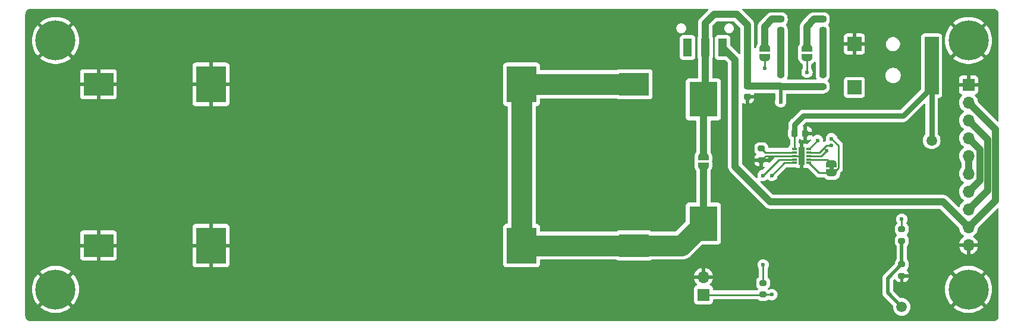
<source format=gbr>
%TF.GenerationSoftware,KiCad,Pcbnew,8.0.5*%
%TF.CreationDate,2024-11-08T20:24:13-08:00*%
%TF.ProjectId,newbatt,6e657762-6174-4742-9e6b-696361645f70,rev?*%
%TF.SameCoordinates,Original*%
%TF.FileFunction,Copper,L1,Top*%
%TF.FilePolarity,Positive*%
%FSLAX46Y46*%
G04 Gerber Fmt 4.6, Leading zero omitted, Abs format (unit mm)*
G04 Created by KiCad (PCBNEW 8.0.5) date 2024-11-08 20:24:13*
%MOMM*%
%LPD*%
G01*
G04 APERTURE LIST*
G04 Aperture macros list*
%AMRoundRect*
0 Rectangle with rounded corners*
0 $1 Rounding radius*
0 $2 $3 $4 $5 $6 $7 $8 $9 X,Y pos of 4 corners*
0 Add a 4 corners polygon primitive as box body*
4,1,4,$2,$3,$4,$5,$6,$7,$8,$9,$2,$3,0*
0 Add four circle primitives for the rounded corners*
1,1,$1+$1,$2,$3*
1,1,$1+$1,$4,$5*
1,1,$1+$1,$6,$7*
1,1,$1+$1,$8,$9*
0 Add four rect primitives between the rounded corners*
20,1,$1+$1,$2,$3,$4,$5,0*
20,1,$1+$1,$4,$5,$6,$7,0*
20,1,$1+$1,$6,$7,$8,$9,0*
20,1,$1+$1,$8,$9,$2,$3,0*%
%AMFreePoly0*
4,1,19,0.500000,-0.750000,0.000000,-0.750000,0.000000,-0.744911,-0.071157,-0.744911,-0.207708,-0.704816,-0.327430,-0.627875,-0.420627,-0.520320,-0.479746,-0.390866,-0.500000,-0.250000,-0.500000,0.250000,-0.479746,0.390866,-0.420627,0.520320,-0.327430,0.627875,-0.207708,0.704816,-0.071157,0.744911,0.000000,0.744911,0.000000,0.750000,0.500000,0.750000,0.500000,-0.750000,0.500000,-0.750000,
$1*%
%AMFreePoly1*
4,1,19,0.000000,0.744911,0.071157,0.744911,0.207708,0.704816,0.327430,0.627875,0.420627,0.520320,0.479746,0.390866,0.500000,0.250000,0.500000,-0.250000,0.479746,-0.390866,0.420627,-0.520320,0.327430,-0.627875,0.207708,-0.704816,0.071157,-0.744911,0.000000,-0.744911,0.000000,-0.750000,-0.500000,-0.750000,-0.500000,0.750000,0.000000,0.750000,0.000000,0.744911,0.000000,0.744911,
$1*%
G04 Aperture macros list end*
%TA.AperFunction,EtchedComponent*%
%ADD10C,0.000000*%
%TD*%
%TA.AperFunction,SMDPad,CuDef*%
%ADD11R,4.240000X3.300000*%
%TD*%
%TA.AperFunction,SMDPad,CuDef*%
%ADD12R,4.240000X5.200000*%
%TD*%
%TA.AperFunction,SMDPad,CuDef*%
%ADD13R,1.200000X2.500000*%
%TD*%
%TA.AperFunction,SMDPad,CuDef*%
%ADD14R,2.000000X2.000000*%
%TD*%
%TA.AperFunction,SMDPad,CuDef*%
%ADD15R,4.000000X5.000000*%
%TD*%
%TA.AperFunction,SMDPad,CuDef*%
%ADD16C,1.500000*%
%TD*%
%TA.AperFunction,SMDPad,CuDef*%
%ADD17FreePoly0,90.000000*%
%TD*%
%TA.AperFunction,SMDPad,CuDef*%
%ADD18FreePoly1,90.000000*%
%TD*%
%TA.AperFunction,ComponentPad*%
%ADD19C,3.600000*%
%TD*%
%TA.AperFunction,ConnectorPad*%
%ADD20C,5.700000*%
%TD*%
%TA.AperFunction,SMDPad,CuDef*%
%ADD21RoundRect,0.200000X0.275000X-0.200000X0.275000X0.200000X-0.275000X0.200000X-0.275000X-0.200000X0*%
%TD*%
%TA.AperFunction,SMDPad,CuDef*%
%ADD22RoundRect,0.225000X-0.250000X0.225000X-0.250000X-0.225000X0.250000X-0.225000X0.250000X0.225000X0*%
%TD*%
%TA.AperFunction,SMDPad,CuDef*%
%ADD23RoundRect,0.225000X-0.225000X-0.250000X0.225000X-0.250000X0.225000X0.250000X-0.225000X0.250000X0*%
%TD*%
%TA.AperFunction,SMDPad,CuDef*%
%ADD24RoundRect,0.200000X-0.275000X0.200000X-0.275000X-0.200000X0.275000X-0.200000X0.275000X0.200000X0*%
%TD*%
%TA.AperFunction,ComponentPad*%
%ADD25R,1.700000X1.700000*%
%TD*%
%TA.AperFunction,ComponentPad*%
%ADD26O,1.700000X1.700000*%
%TD*%
%TA.AperFunction,SMDPad,CuDef*%
%ADD27RoundRect,0.218750X-0.256250X0.218750X-0.256250X-0.218750X0.256250X-0.218750X0.256250X0.218750X0*%
%TD*%
%TA.AperFunction,SMDPad,CuDef*%
%ADD28R,0.660400X0.304800*%
%TD*%
%TA.AperFunction,ComponentPad*%
%ADD29C,0.508000*%
%TD*%
%TA.AperFunction,SMDPad,CuDef*%
%ADD30R,0.939800X2.514600*%
%TD*%
%TA.AperFunction,ViaPad*%
%ADD31C,0.600000*%
%TD*%
%TA.AperFunction,Conductor*%
%ADD32C,0.250000*%
%TD*%
%TA.AperFunction,Conductor*%
%ADD33C,0.500000*%
%TD*%
%TA.AperFunction,Conductor*%
%ADD34C,1.000000*%
%TD*%
%TA.AperFunction,Conductor*%
%ADD35C,0.750000*%
%TD*%
%TA.AperFunction,Conductor*%
%ADD36C,3.000000*%
%TD*%
%TA.AperFunction,Conductor*%
%ADD37C,2.000000*%
%TD*%
G04 APERTURE END LIST*
D10*
%TA.AperFunction,EtchedComponent*%
%TO.C,JP1*%
G36*
X130300000Y-38250000D02*
G01*
X129700000Y-38250000D01*
X129700000Y-37750000D01*
X130300000Y-37750000D01*
X130300000Y-38250000D01*
G37*
%TD.AperFunction*%
%TD*%
D11*
%TO.P,BT1,1,+*%
%TO.N,Net-(BT1-+)*%
X101880000Y-49000000D03*
D12*
X85870000Y-49000000D03*
%TO.P,BT1,2,-*%
%TO.N,0*%
X41630000Y-49000000D03*
D11*
X25620000Y-49000000D03*
%TD*%
D13*
%TO.P,S1,3*%
%TO.N,unconnected-(S1-Pad3)*%
X109500000Y-20750000D03*
%TO.P,S1,2*%
%TO.N,Net-(JP8-B)*%
X112000000Y-20750000D03*
%TO.P,S1,1*%
%TO.N,VOUT*%
X114500000Y-20750000D03*
%TD*%
D14*
%TO.P,J1,3*%
%TO.N,unconnected-(J1-Pad3)*%
X133250000Y-26450000D03*
%TO.P,J1,2*%
%TO.N,0*%
X133250000Y-20250000D03*
%TO.P,J1,1*%
%TO.N,VIN*%
X144250000Y-20250000D03*
X144250000Y-26450000D03*
%TD*%
D15*
%TO.P,F1,1*%
%TO.N,Net-(BT1-+)*%
X111750000Y-45850000D03*
%TO.P,F1,2*%
%TO.N,Net-(JP8-B)*%
X111750000Y-28150000D03*
%TD*%
D16*
%TO.P,TP2,1,1*%
%TO.N,Net-(R4-Pad2)*%
X140000000Y-57750000D03*
%TD*%
D17*
%TO.P,JP8,1,A*%
%TO.N,Net-(BT1-+)*%
X111750000Y-37650000D03*
D18*
%TO.P,JP8,2,B*%
%TO.N,Net-(JP8-B)*%
X111750000Y-36350000D03*
%TD*%
D19*
%TO.P,H4,1,1*%
%TO.N,0*%
X149500000Y-55250000D03*
D20*
X149500000Y-55250000D03*
%TD*%
D19*
%TO.P,H1,1,1*%
%TO.N,0*%
X19500000Y-19750000D03*
D20*
X19500000Y-19750000D03*
%TD*%
D21*
%TO.P,R2,1*%
%TO.N,Net-(JP8-B)*%
X128750000Y-26325000D03*
%TO.P,R2,2*%
%TO.N,Net-(D1-A)*%
X128750000Y-24675000D03*
%TD*%
D17*
%TO.P,JP1,1,A*%
%TO.N,/~{PG}*%
X130000000Y-38650000D03*
D18*
%TO.P,JP1,2,B*%
%TO.N,Net-(JP1-B)*%
X130000000Y-37350000D03*
%TD*%
D19*
%TO.P,H3,1,1*%
%TO.N,0*%
X149500000Y-19750000D03*
D20*
X149500000Y-19750000D03*
%TD*%
D22*
%TO.P,C2,1*%
%TO.N,Net-(JP8-B)*%
X118000000Y-26250000D03*
%TO.P,C2,2*%
%TO.N,0*%
X118000000Y-27800000D03*
%TD*%
D23*
%TO.P,C1,1*%
%TO.N,VIN*%
X124725000Y-33000000D03*
%TO.P,C1,2*%
%TO.N,0*%
X126275000Y-33000000D03*
%TD*%
D24*
%TO.P,R1,2*%
%TO.N,0*%
X120000000Y-36825000D03*
%TO.P,R1,1*%
%TO.N,Net-(U1-ISET)*%
X120000000Y-35175000D03*
%TD*%
D25*
%TO.P,J2,1,Pin_1*%
%TO.N,0*%
X149500000Y-26070000D03*
D26*
%TO.P,J2,2,Pin_2*%
%TO.N,VOUT*%
X149500000Y-28610000D03*
%TO.P,J2,3,Pin_3*%
%TO.N,/~{PG}*%
X149500000Y-31150000D03*
%TO.P,J2,4,Pin_4*%
%TO.N,/~{CHG}*%
X149500000Y-33690000D03*
%TO.P,J2,5,Pin_5*%
%TO.N,/VDPM*%
X149500000Y-36230000D03*
%TO.P,J2,6,Pin_6*%
X149500000Y-38770000D03*
%TO.P,J2,7,Pin_7*%
%TO.N,/~{CHG}*%
X149500000Y-41310000D03*
%TO.P,J2,8,Pin_8*%
%TO.N,/~{PG}*%
X149500000Y-43850000D03*
%TO.P,J2,9,Pin_9*%
%TO.N,VOUT*%
X149500000Y-46390000D03*
%TO.P,J2,10,Pin_10*%
%TO.N,0*%
X149500000Y-48930000D03*
%TD*%
D17*
%TO.P,JP3,1,A*%
%TO.N,/~{PG}*%
X120500000Y-22150000D03*
D18*
%TO.P,JP3,2,B*%
%TO.N,Net-(D2-K)*%
X120500000Y-20850000D03*
%TD*%
D16*
%TO.P,TP1,1,1*%
%TO.N,VIN*%
X144250000Y-34000000D03*
%TD*%
D27*
%TO.P,D2,1,K*%
%TO.N,Net-(D2-K)*%
X122750000Y-16712500D03*
%TO.P,D2,2,A*%
%TO.N,Net-(D2-A)*%
X122750000Y-18287500D03*
%TD*%
D24*
%TO.P,RT1,1*%
%TO.N,Net-(U1-VTSB)*%
X120250000Y-54350000D03*
%TO.P,RT1,2*%
%TO.N,Net-(U1-TS)*%
X120250000Y-56000000D03*
%TD*%
D28*
%TO.P,U1,1,VBUS*%
%TO.N,VIN*%
X124721300Y-35212599D03*
%TO.P,U1,2,ISET*%
%TO.N,Net-(U1-ISET)*%
X124721300Y-35712601D03*
%TO.P,U1,3,VSS*%
%TO.N,0*%
X124721300Y-36212600D03*
%TO.P,U1,4,VTSB*%
%TO.N,Net-(U1-VTSB)*%
X124721300Y-36712599D03*
%TO.P,U1,5,TS*%
%TO.N,Net-(U1-TS)*%
X124721300Y-37212601D03*
%TO.P,U1,6,~{PG}*%
%TO.N,/~{PG}*%
X126778700Y-37212601D03*
%TO.P,U1,7,~{EN}*%
%TO.N,Net-(JP1-B)*%
X126778700Y-36712599D03*
%TO.P,U1,8,~{CHG}*%
%TO.N,/~{CHG}*%
X126778700Y-36212600D03*
%TO.P,U1,9,VDPM*%
%TO.N,/VDPM*%
X126778700Y-35712601D03*
%TO.P,U1,10,BAT*%
%TO.N,Net-(JP8-B)*%
X126778700Y-35212599D03*
D29*
%TO.P,U1,11,EPAD*%
%TO.N,0*%
X125750000Y-35425200D03*
X125750000Y-36212600D03*
D30*
X125750000Y-36212600D03*
D29*
X125750000Y-37000000D03*
%TD*%
D21*
%TO.P,R3,1*%
%TO.N,Net-(JP8-B)*%
X122750000Y-26325000D03*
%TO.P,R3,2*%
%TO.N,Net-(D2-A)*%
X122750000Y-24675000D03*
%TD*%
D17*
%TO.P,JP2,1,A*%
%TO.N,/~{CHG}*%
X126500000Y-22150000D03*
D18*
%TO.P,JP2,2,B*%
%TO.N,Net-(D1-K)*%
X126500000Y-20850000D03*
%TD*%
D27*
%TO.P,D1,1,K*%
%TO.N,Net-(D1-K)*%
X128750000Y-16712500D03*
%TO.P,D1,2,A*%
%TO.N,Net-(D1-A)*%
X128750000Y-18287500D03*
%TD*%
D25*
%TO.P,TH1,1*%
%TO.N,Net-(U1-TS)*%
X111750000Y-56025000D03*
D26*
%TO.P,TH1,2*%
%TO.N,0*%
X111750000Y-53485000D03*
%TD*%
D24*
%TO.P,R4,1*%
%TO.N,Net-(JP8-B)*%
X140000000Y-46675000D03*
%TO.P,R4,2*%
%TO.N,Net-(R4-Pad2)*%
X140000000Y-48325000D03*
%TD*%
%TO.P,R5,1*%
%TO.N,Net-(R4-Pad2)*%
X140000000Y-51675000D03*
%TO.P,R5,2*%
%TO.N,0*%
X140000000Y-53325000D03*
%TD*%
D19*
%TO.P,H2,1,1*%
%TO.N,0*%
X19500000Y-55250000D03*
D20*
X19500000Y-55250000D03*
%TD*%
D11*
%TO.P,BT2,1,+*%
%TO.N,Net-(BT1-+)*%
X101880000Y-26000000D03*
D12*
X85870000Y-26000000D03*
%TO.P,BT2,2,-*%
%TO.N,0*%
X41630000Y-26000000D03*
D11*
X25620000Y-26000000D03*
%TD*%
D31*
%TO.N,Net-(JP8-B)*%
X122750000Y-28500000D03*
%TO.N,Net-(U1-VTSB)*%
X120250000Y-39000000D03*
X120250000Y-51750000D03*
%TO.N,Net-(JP8-B)*%
X140000000Y-45250000D03*
X128000000Y-34000000D03*
%TO.N,/~{CHG}*%
X129250000Y-35500000D03*
%TO.N,/VDPM*%
X130000000Y-34750000D03*
%TO.N,/~{CHG}*%
X126500000Y-24275000D03*
%TO.N,/~{PG}*%
X120500000Y-23750000D03*
X130000000Y-33750000D03*
%TO.N,Net-(U1-TS)*%
X121500000Y-56000000D03*
X121500000Y-39000000D03*
%TD*%
D32*
%TO.N,Net-(JP8-B)*%
X126787401Y-35212599D02*
X126778700Y-35212599D01*
X128000000Y-34000000D02*
X126787401Y-35212599D01*
D33*
X122750000Y-28500000D02*
X122750000Y-26325000D01*
D32*
%TO.N,/VDPM*%
X129250000Y-34750000D02*
X128287399Y-35712601D01*
X128287399Y-35712601D02*
X126778700Y-35712601D01*
X130000000Y-34750000D02*
X129250000Y-34750000D01*
%TO.N,VIN*%
X124721300Y-33003700D02*
X124725000Y-33000000D01*
X124721300Y-35212599D02*
X124721300Y-33003700D01*
D34*
%TO.N,Net-(JP8-B)*%
X122675000Y-26250000D02*
X122750000Y-26325000D01*
X118000000Y-26250000D02*
X122675000Y-26250000D01*
X118000000Y-17500000D02*
X118000000Y-26250000D01*
X116500000Y-16000000D02*
X118000000Y-17500000D01*
X113250000Y-16000000D02*
X116500000Y-16000000D01*
X112000000Y-20750000D02*
X112000000Y-17250000D01*
X112000000Y-17250000D02*
X113250000Y-16000000D01*
X128750000Y-26325000D02*
X122750000Y-26325000D01*
%TO.N,VOUT*%
X116250000Y-37750000D02*
X121250000Y-42750000D01*
X116250000Y-22500000D02*
X116250000Y-37750000D01*
X145860000Y-42750000D02*
X149500000Y-46390000D01*
X114500000Y-20750000D02*
X116250000Y-22500000D01*
X121250000Y-42750000D02*
X145860000Y-42750000D01*
D32*
%TO.N,Net-(U1-TS)*%
X121500000Y-56000000D02*
X120250000Y-56000000D01*
%TO.N,Net-(U1-VTSB)*%
X120250000Y-54350000D02*
X120250000Y-51750000D01*
X122537401Y-36712599D02*
X120250000Y-39000000D01*
X124721300Y-36712599D02*
X122537401Y-36712599D01*
D34*
%TO.N,Net-(D2-K)*%
X120500000Y-17750000D02*
X120500000Y-20850000D01*
X122750000Y-16712500D02*
X121537500Y-16712500D01*
X121537500Y-16712500D02*
X120500000Y-17750000D01*
%TO.N,Net-(D1-K)*%
X126500000Y-17750000D02*
X126500000Y-20850000D01*
X127537500Y-16712500D02*
X126500000Y-17750000D01*
X128750000Y-16712500D02*
X127537500Y-16712500D01*
%TO.N,Net-(D2-A)*%
X122750000Y-18287500D02*
X122750000Y-24675000D01*
D35*
%TO.N,VIN*%
X144250000Y-26450000D02*
X144250000Y-34000000D01*
X126000000Y-30500000D02*
X140200000Y-30500000D01*
X140200000Y-30500000D02*
X144250000Y-26450000D01*
X124725000Y-31775000D02*
X126000000Y-30500000D01*
X124725000Y-33000000D02*
X124725000Y-31775000D01*
D32*
%TO.N,Net-(U1-ISET)*%
X120537601Y-35712601D02*
X120000000Y-35175000D01*
X124721300Y-35712601D02*
X120537601Y-35712601D01*
%TO.N,0*%
X120612400Y-36212600D02*
X120000000Y-36825000D01*
X124721300Y-36212600D02*
X120612400Y-36212600D01*
%TO.N,Net-(JP8-B)*%
X140000000Y-45250000D02*
X140000000Y-46675000D01*
%TO.N,/~{CHG}*%
X129250000Y-35500000D02*
X128537400Y-36212600D01*
X128537400Y-36212600D02*
X126778700Y-36212600D01*
D36*
%TO.N,Net-(BT1-+)*%
X85870000Y-26000000D02*
X85870000Y-49000000D01*
X108600000Y-49000000D02*
X111750000Y-45850000D01*
X101880000Y-49000000D02*
X108600000Y-49000000D01*
D32*
%TO.N,Net-(U1-TS)*%
X111750000Y-56025000D02*
X120225000Y-56025000D01*
%TO.N,/~{CHG}*%
X126500000Y-22150000D02*
X126500000Y-24275000D01*
%TO.N,/~{PG}*%
X130275271Y-38650000D02*
X130000000Y-38650000D01*
X130980000Y-37945271D02*
X130275271Y-38650000D01*
X130980000Y-34730000D02*
X130980000Y-37945271D01*
X130000000Y-33750000D02*
X130980000Y-34730000D01*
X120500000Y-22150000D02*
X120500000Y-23750000D01*
%TO.N,0*%
X124721300Y-36212600D02*
X125750000Y-36212600D01*
%TO.N,/~{PG}*%
X128216099Y-38650000D02*
X130000000Y-38650000D01*
X126778700Y-37212601D02*
X128216099Y-38650000D01*
%TO.N,Net-(JP1-B)*%
X126778700Y-36712599D02*
X129362599Y-36712599D01*
X129362599Y-36712599D02*
X130000000Y-37350000D01*
D34*
%TO.N,VOUT*%
X153300000Y-42590000D02*
X149500000Y-46390000D01*
X153300000Y-32410000D02*
X153300000Y-42590000D01*
X149500000Y-28610000D02*
X153300000Y-32410000D01*
%TO.N,/~{CHG}*%
X151100000Y-39710000D02*
X149500000Y-41310000D01*
X151100000Y-35290000D02*
X151100000Y-39710000D01*
X149500000Y-33690000D02*
X151100000Y-35290000D01*
%TO.N,/VDPM*%
X149500000Y-36230000D02*
X149500000Y-38770000D01*
%TO.N,/~{PG}*%
X152200000Y-33850000D02*
X152200000Y-41150000D01*
X152200000Y-41150000D02*
X149500000Y-43850000D01*
X149500000Y-31150000D02*
X152200000Y-33850000D01*
D33*
%TO.N,Net-(R4-Pad2)*%
X138000000Y-55750000D02*
X140000000Y-57750000D01*
X138000000Y-53675000D02*
X138000000Y-55750000D01*
X140000000Y-51675000D02*
X138000000Y-53675000D01*
X140000000Y-48325000D02*
X140000000Y-51675000D01*
D34*
%TO.N,Net-(JP8-B)*%
X111750000Y-36350000D02*
X111750000Y-28150000D01*
%TO.N,Net-(BT1-+)*%
X111750000Y-37650000D02*
X111750000Y-45850000D01*
D37*
%TO.N,VIN*%
X144250000Y-20250000D02*
X144250000Y-26450000D01*
D36*
%TO.N,Net-(BT1-+)*%
X85870000Y-49000000D02*
X101880000Y-49000000D01*
X85870000Y-26000000D02*
X101880000Y-26000000D01*
D34*
%TO.N,Net-(JP8-B)*%
X112000000Y-20750000D02*
X112000000Y-27900000D01*
%TO.N,Net-(D1-A)*%
X128750000Y-18287500D02*
X128750000Y-24675000D01*
D32*
%TO.N,Net-(U1-TS)*%
X124721300Y-37212601D02*
X123287399Y-37212601D01*
X123287399Y-37212601D02*
X121500000Y-39000000D01*
%TD*%
%TA.AperFunction,Conductor*%
%TO.N,0*%
G36*
X112402256Y-15220185D02*
G01*
X112448011Y-15272989D01*
X112457955Y-15342147D01*
X112428930Y-15405703D01*
X112422898Y-15412181D01*
X111362221Y-16472858D01*
X111362218Y-16472861D01*
X111317712Y-16517367D01*
X111222859Y-16612219D01*
X111113371Y-16776080D01*
X111113366Y-16776089D01*
X111077215Y-16863368D01*
X111037949Y-16958163D01*
X111037947Y-16958171D01*
X111018724Y-17054812D01*
X110999500Y-17151455D01*
X110999500Y-19158561D01*
X110979815Y-19225600D01*
X110974767Y-19232872D01*
X110956204Y-19257668D01*
X110956202Y-19257671D01*
X110905908Y-19392517D01*
X110905486Y-19396447D01*
X110899501Y-19452123D01*
X110899500Y-19452135D01*
X110899500Y-22047870D01*
X110899501Y-22047876D01*
X110905908Y-22107483D01*
X110956203Y-22242329D01*
X110974766Y-22267126D01*
X110999184Y-22332590D01*
X110999500Y-22341438D01*
X110999500Y-25025500D01*
X110979815Y-25092539D01*
X110927011Y-25138294D01*
X110875500Y-25149500D01*
X109702129Y-25149500D01*
X109702123Y-25149501D01*
X109642516Y-25155908D01*
X109507671Y-25206202D01*
X109507664Y-25206206D01*
X109392455Y-25292452D01*
X109392452Y-25292455D01*
X109306206Y-25407664D01*
X109306202Y-25407671D01*
X109255908Y-25542517D01*
X109249501Y-25602116D01*
X109249501Y-25602123D01*
X109249500Y-25602135D01*
X109249500Y-30697870D01*
X109249501Y-30697876D01*
X109255908Y-30757483D01*
X109306202Y-30892328D01*
X109306206Y-30892335D01*
X109392452Y-31007544D01*
X109392455Y-31007547D01*
X109507664Y-31093793D01*
X109507671Y-31093797D01*
X109642517Y-31144091D01*
X109642516Y-31144091D01*
X109649444Y-31144835D01*
X109702127Y-31150500D01*
X110625500Y-31150499D01*
X110692539Y-31170183D01*
X110738294Y-31222987D01*
X110749500Y-31274499D01*
X110749500Y-35634436D01*
X110729815Y-35701475D01*
X110719215Y-35715637D01*
X110692987Y-35745906D01*
X110692982Y-35745912D01*
X110615255Y-35866857D01*
X110615252Y-35866863D01*
X110555483Y-35997741D01*
X110514977Y-36135691D01*
X110514974Y-36135703D01*
X110494500Y-36278110D01*
X110494500Y-36850002D01*
X110499644Y-36921939D01*
X110510603Y-36959262D01*
X110514363Y-37011841D01*
X110494500Y-37149998D01*
X110494500Y-37721889D01*
X110514974Y-37864296D01*
X110514976Y-37864304D01*
X110555483Y-38002259D01*
X110582778Y-38062028D01*
X110615252Y-38133136D01*
X110615253Y-38133138D01*
X110689376Y-38248476D01*
X110690194Y-38249913D01*
X110692987Y-38254095D01*
X110719212Y-38284360D01*
X110748238Y-38347914D01*
X110749500Y-38365563D01*
X110749500Y-42725500D01*
X110729815Y-42792539D01*
X110677011Y-42838294D01*
X110625500Y-42849500D01*
X109702129Y-42849500D01*
X109702123Y-42849501D01*
X109642516Y-42855908D01*
X109507671Y-42906202D01*
X109507664Y-42906206D01*
X109392455Y-42992452D01*
X109392452Y-42992455D01*
X109306206Y-43107664D01*
X109306202Y-43107671D01*
X109255908Y-43242517D01*
X109249501Y-43302116D01*
X109249501Y-43302123D01*
X109249500Y-43302135D01*
X109249500Y-45470003D01*
X109229815Y-45537042D01*
X109213181Y-45557684D01*
X107807685Y-46963181D01*
X107746362Y-46996666D01*
X107720004Y-46999500D01*
X104408231Y-46999500D01*
X104341192Y-46979815D01*
X104333920Y-46974767D01*
X104242331Y-46906204D01*
X104242328Y-46906202D01*
X104107482Y-46855908D01*
X104107483Y-46855908D01*
X104047883Y-46849501D01*
X104047881Y-46849500D01*
X104047873Y-46849500D01*
X104047864Y-46849500D01*
X99712129Y-46849500D01*
X99712123Y-46849501D01*
X99652516Y-46855908D01*
X99517671Y-46906202D01*
X99517668Y-46906204D01*
X99426080Y-46974767D01*
X99360615Y-46999184D01*
X99351769Y-46999500D01*
X88614499Y-46999500D01*
X88547460Y-46979815D01*
X88501705Y-46927011D01*
X88490499Y-46875500D01*
X88490499Y-46352129D01*
X88490498Y-46352123D01*
X88490497Y-46352116D01*
X88484091Y-46292517D01*
X88444136Y-46185393D01*
X88433797Y-46157671D01*
X88433793Y-46157664D01*
X88347547Y-46042455D01*
X88347544Y-46042452D01*
X88232335Y-45956206D01*
X88232328Y-45956202D01*
X88097482Y-45905908D01*
X88097483Y-45905908D01*
X88037883Y-45899501D01*
X88037881Y-45899500D01*
X88037873Y-45899500D01*
X88037865Y-45899500D01*
X87994500Y-45899500D01*
X87927461Y-45879815D01*
X87881706Y-45827011D01*
X87870500Y-45775500D01*
X87870500Y-29224499D01*
X87890185Y-29157460D01*
X87942989Y-29111705D01*
X87994500Y-29100499D01*
X88037871Y-29100499D01*
X88037872Y-29100499D01*
X88097483Y-29094091D01*
X88232331Y-29043796D01*
X88347546Y-28957546D01*
X88433796Y-28842331D01*
X88484091Y-28707483D01*
X88490500Y-28647873D01*
X88490500Y-28124500D01*
X88510185Y-28057461D01*
X88562989Y-28011706D01*
X88614500Y-28000500D01*
X99351769Y-28000500D01*
X99418808Y-28020185D01*
X99426080Y-28025233D01*
X99459165Y-28050000D01*
X99517073Y-28093350D01*
X99517668Y-28093795D01*
X99517671Y-28093797D01*
X99652517Y-28144091D01*
X99652516Y-28144091D01*
X99659444Y-28144835D01*
X99712127Y-28150500D01*
X104047872Y-28150499D01*
X104107483Y-28144091D01*
X104242331Y-28093796D01*
X104357546Y-28007546D01*
X104443796Y-27892331D01*
X104494091Y-27757483D01*
X104500500Y-27697873D01*
X104500499Y-24302128D01*
X104494091Y-24242517D01*
X104443884Y-24107906D01*
X104443797Y-24107671D01*
X104443793Y-24107664D01*
X104357547Y-23992455D01*
X104357544Y-23992452D01*
X104242335Y-23906206D01*
X104242328Y-23906202D01*
X104107482Y-23855908D01*
X104107483Y-23855908D01*
X104047883Y-23849501D01*
X104047881Y-23849500D01*
X104047873Y-23849500D01*
X104047864Y-23849500D01*
X99712129Y-23849500D01*
X99712123Y-23849501D01*
X99652516Y-23855908D01*
X99517671Y-23906202D01*
X99517668Y-23906204D01*
X99426080Y-23974767D01*
X99360615Y-23999184D01*
X99351769Y-23999500D01*
X88614499Y-23999500D01*
X88547460Y-23979815D01*
X88501705Y-23927011D01*
X88490499Y-23875500D01*
X88490499Y-23352129D01*
X88490498Y-23352123D01*
X88490497Y-23352116D01*
X88484091Y-23292517D01*
X88476109Y-23271117D01*
X88433797Y-23157671D01*
X88433793Y-23157664D01*
X88347547Y-23042455D01*
X88347544Y-23042452D01*
X88232335Y-22956206D01*
X88232328Y-22956202D01*
X88097482Y-22905908D01*
X88097483Y-22905908D01*
X88037883Y-22899501D01*
X88037881Y-22899500D01*
X88037873Y-22899500D01*
X88037864Y-22899500D01*
X83702129Y-22899500D01*
X83702123Y-22899501D01*
X83642516Y-22905908D01*
X83507671Y-22956202D01*
X83507664Y-22956206D01*
X83392455Y-23042452D01*
X83392452Y-23042455D01*
X83306206Y-23157664D01*
X83306202Y-23157671D01*
X83255908Y-23292517D01*
X83249501Y-23352116D01*
X83249501Y-23352123D01*
X83249500Y-23352135D01*
X83249500Y-28647870D01*
X83249501Y-28647876D01*
X83255908Y-28707483D01*
X83306202Y-28842328D01*
X83306206Y-28842335D01*
X83392452Y-28957544D01*
X83392455Y-28957547D01*
X83507664Y-29043793D01*
X83507671Y-29043797D01*
X83552618Y-29060561D01*
X83642517Y-29094091D01*
X83702127Y-29100500D01*
X83745499Y-29100499D01*
X83812537Y-29120182D01*
X83858293Y-29172985D01*
X83869500Y-29224499D01*
X83869500Y-45775500D01*
X83849815Y-45842539D01*
X83797011Y-45888294D01*
X83745503Y-45899500D01*
X83702131Y-45899500D01*
X83702123Y-45899501D01*
X83642516Y-45905908D01*
X83507671Y-45956202D01*
X83507664Y-45956206D01*
X83392455Y-46042452D01*
X83392452Y-46042455D01*
X83306206Y-46157664D01*
X83306202Y-46157671D01*
X83255908Y-46292517D01*
X83249965Y-46347804D01*
X83249501Y-46352123D01*
X83249500Y-46352135D01*
X83249500Y-51647870D01*
X83249501Y-51647876D01*
X83255908Y-51707483D01*
X83306202Y-51842328D01*
X83306206Y-51842335D01*
X83392452Y-51957544D01*
X83392455Y-51957547D01*
X83507664Y-52043793D01*
X83507671Y-52043797D01*
X83642517Y-52094091D01*
X83642516Y-52094091D01*
X83649444Y-52094835D01*
X83702127Y-52100500D01*
X88037872Y-52100499D01*
X88097483Y-52094091D01*
X88232331Y-52043796D01*
X88347546Y-51957546D01*
X88433796Y-51842331D01*
X88484091Y-51707483D01*
X88490500Y-51647873D01*
X88490500Y-51124500D01*
X88510185Y-51057461D01*
X88562989Y-51011706D01*
X88614500Y-51000500D01*
X99351769Y-51000500D01*
X99418808Y-51020185D01*
X99426080Y-51025233D01*
X99469132Y-51057461D01*
X99517073Y-51093350D01*
X99517668Y-51093795D01*
X99517671Y-51093797D01*
X99652517Y-51144091D01*
X99652516Y-51144091D01*
X99659444Y-51144835D01*
X99712127Y-51150500D01*
X104047872Y-51150499D01*
X104107483Y-51144091D01*
X104242331Y-51093796D01*
X104300819Y-51050011D01*
X104333920Y-51025233D01*
X104399385Y-51000816D01*
X104408231Y-51000500D01*
X108731113Y-51000500D01*
X108731120Y-51000500D01*
X108861118Y-50983385D01*
X108991116Y-50966271D01*
X109244419Y-50898398D01*
X109486697Y-50798043D01*
X109660197Y-50697873D01*
X109660199Y-50697871D01*
X109660201Y-50697871D01*
X109713788Y-50666933D01*
X109713791Y-50666930D01*
X109713803Y-50666924D01*
X109804131Y-50597611D01*
X109921851Y-50507283D01*
X111542315Y-48886817D01*
X111603638Y-48853333D01*
X111629996Y-48850499D01*
X113797871Y-48850499D01*
X113797872Y-48850499D01*
X113857483Y-48844091D01*
X113992331Y-48793796D01*
X114107546Y-48707546D01*
X114193796Y-48592331D01*
X114244091Y-48457483D01*
X114250500Y-48397873D01*
X114250499Y-43302128D01*
X114244091Y-43242517D01*
X114193796Y-43107669D01*
X114193795Y-43107668D01*
X114193793Y-43107664D01*
X114107547Y-42992455D01*
X114107544Y-42992452D01*
X113992335Y-42906206D01*
X113992328Y-42906202D01*
X113857482Y-42855908D01*
X113857483Y-42855908D01*
X113797883Y-42849501D01*
X113797881Y-42849500D01*
X113797873Y-42849500D01*
X113797865Y-42849500D01*
X112874500Y-42849500D01*
X112807461Y-42829815D01*
X112761706Y-42777011D01*
X112750500Y-42725500D01*
X112750500Y-38365562D01*
X112770185Y-38298523D01*
X112780788Y-38284359D01*
X112807009Y-38254098D01*
X112807009Y-38254097D01*
X112807015Y-38254091D01*
X112884747Y-38133137D01*
X112944517Y-38002259D01*
X112985024Y-37864304D01*
X113005500Y-37721889D01*
X113005500Y-37150000D01*
X113000355Y-37078060D01*
X112999456Y-37075000D01*
X112989397Y-37040741D01*
X112985636Y-36988158D01*
X112987405Y-36975854D01*
X113005500Y-36850000D01*
X113005500Y-36278111D01*
X112985024Y-36135696D01*
X112944517Y-35997741D01*
X112884747Y-35866863D01*
X112873603Y-35849523D01*
X112810623Y-35751523D01*
X112809802Y-35750081D01*
X112807014Y-35745906D01*
X112780786Y-35715637D01*
X112751762Y-35652081D01*
X112750500Y-35634435D01*
X112750500Y-31274499D01*
X112770185Y-31207460D01*
X112822989Y-31161705D01*
X112874500Y-31150499D01*
X113797871Y-31150499D01*
X113797872Y-31150499D01*
X113857483Y-31144091D01*
X113992331Y-31093796D01*
X114107546Y-31007546D01*
X114193796Y-30892331D01*
X114244091Y-30757483D01*
X114250500Y-30697873D01*
X114250499Y-25602128D01*
X114244091Y-25542517D01*
X114228233Y-25500000D01*
X114193797Y-25407671D01*
X114193793Y-25407664D01*
X114107547Y-25292455D01*
X114107544Y-25292452D01*
X113992335Y-25206206D01*
X113992328Y-25206202D01*
X113857482Y-25155908D01*
X113857483Y-25155908D01*
X113797883Y-25149501D01*
X113797881Y-25149500D01*
X113797873Y-25149500D01*
X113797865Y-25149500D01*
X113124500Y-25149500D01*
X113057461Y-25129815D01*
X113011706Y-25077011D01*
X113000500Y-25025500D01*
X113000500Y-22341438D01*
X113020185Y-22274399D01*
X113025234Y-22267126D01*
X113043796Y-22242331D01*
X113051421Y-22221889D01*
X113094091Y-22107482D01*
X113100500Y-22047873D01*
X113100499Y-19452128D01*
X113095299Y-19403757D01*
X113094091Y-19392516D01*
X113043797Y-19257671D01*
X113043795Y-19257668D01*
X113025233Y-19232872D01*
X113000816Y-19167408D01*
X113000500Y-19158561D01*
X113000500Y-18068995D01*
X114699499Y-18068995D01*
X114726418Y-18204322D01*
X114726421Y-18204332D01*
X114779221Y-18331804D01*
X114779228Y-18331817D01*
X114855885Y-18446541D01*
X114855888Y-18446545D01*
X114953454Y-18544111D01*
X114953458Y-18544114D01*
X115068182Y-18620771D01*
X115068195Y-18620778D01*
X115195667Y-18673578D01*
X115195672Y-18673580D01*
X115195676Y-18673580D01*
X115195677Y-18673581D01*
X115331004Y-18700500D01*
X115331007Y-18700500D01*
X115468995Y-18700500D01*
X115578226Y-18678772D01*
X115604328Y-18673580D01*
X115731811Y-18620775D01*
X115846542Y-18544114D01*
X115944114Y-18446542D01*
X116020775Y-18331811D01*
X116073580Y-18204328D01*
X116095602Y-18093616D01*
X116100500Y-18068995D01*
X116100500Y-17931004D01*
X116073581Y-17795677D01*
X116073580Y-17795676D01*
X116073580Y-17795672D01*
X116059924Y-17762704D01*
X116020778Y-17668195D01*
X116020771Y-17668182D01*
X115944114Y-17553458D01*
X115944111Y-17553454D01*
X115846545Y-17455888D01*
X115846541Y-17455885D01*
X115731817Y-17379228D01*
X115731804Y-17379221D01*
X115604332Y-17326421D01*
X115604322Y-17326418D01*
X115468995Y-17299500D01*
X115468993Y-17299500D01*
X115331007Y-17299500D01*
X115331005Y-17299500D01*
X115195677Y-17326418D01*
X115195667Y-17326421D01*
X115068195Y-17379221D01*
X115068182Y-17379228D01*
X114953458Y-17455885D01*
X114953454Y-17455888D01*
X114855888Y-17553454D01*
X114855885Y-17553458D01*
X114779228Y-17668182D01*
X114779221Y-17668195D01*
X114726421Y-17795667D01*
X114726418Y-17795677D01*
X114699500Y-17931004D01*
X114699500Y-17931007D01*
X114699500Y-18068993D01*
X114699500Y-18068995D01*
X114699499Y-18068995D01*
X113000500Y-18068995D01*
X113000500Y-17715782D01*
X113020185Y-17648743D01*
X113036819Y-17628101D01*
X113628101Y-17036819D01*
X113689424Y-17003334D01*
X113715782Y-17000500D01*
X116034218Y-17000500D01*
X116101257Y-17020185D01*
X116121899Y-17036819D01*
X116963181Y-17878101D01*
X116996666Y-17939424D01*
X116999500Y-17965782D01*
X116999500Y-21535217D01*
X116979815Y-21602256D01*
X116927011Y-21648011D01*
X116857853Y-21657955D01*
X116794297Y-21628930D01*
X116787819Y-21622898D01*
X115636818Y-20471897D01*
X115603333Y-20410574D01*
X115600499Y-20384216D01*
X115600499Y-19452129D01*
X115600498Y-19452123D01*
X115600497Y-19452116D01*
X115595299Y-19403757D01*
X115594091Y-19392516D01*
X115543797Y-19257671D01*
X115543793Y-19257664D01*
X115457547Y-19142455D01*
X115457544Y-19142452D01*
X115342335Y-19056206D01*
X115342328Y-19056202D01*
X115207482Y-19005908D01*
X115207483Y-19005908D01*
X115147883Y-18999501D01*
X115147881Y-18999500D01*
X115147873Y-18999500D01*
X115147864Y-18999500D01*
X113852129Y-18999500D01*
X113852123Y-18999501D01*
X113792516Y-19005908D01*
X113657671Y-19056202D01*
X113657664Y-19056206D01*
X113542455Y-19142452D01*
X113542452Y-19142455D01*
X113456206Y-19257664D01*
X113456202Y-19257671D01*
X113405908Y-19392517D01*
X113405486Y-19396447D01*
X113399501Y-19452123D01*
X113399500Y-19452135D01*
X113399500Y-22047870D01*
X113399501Y-22047876D01*
X113405908Y-22107483D01*
X113456202Y-22242328D01*
X113456206Y-22242335D01*
X113542452Y-22357544D01*
X113542455Y-22357547D01*
X113657664Y-22443793D01*
X113657671Y-22443797D01*
X113792517Y-22494091D01*
X113792516Y-22494091D01*
X113799444Y-22494835D01*
X113852127Y-22500500D01*
X114784216Y-22500499D01*
X114851255Y-22520183D01*
X114871897Y-22536818D01*
X115213181Y-22878101D01*
X115246666Y-22939424D01*
X115249500Y-22965782D01*
X115249500Y-37848543D01*
X115256427Y-37883365D01*
X115256427Y-37883368D01*
X115280995Y-38006878D01*
X115287947Y-38041829D01*
X115287949Y-38041837D01*
X115363364Y-38223907D01*
X115363371Y-38223920D01*
X115472860Y-38387781D01*
X115472863Y-38387785D01*
X115616537Y-38531459D01*
X115616559Y-38531479D01*
X120469735Y-43384655D01*
X120469764Y-43384686D01*
X120612214Y-43527136D01*
X120612218Y-43527139D01*
X120776079Y-43636628D01*
X120776092Y-43636635D01*
X120904833Y-43689961D01*
X120947744Y-43707735D01*
X120958164Y-43712051D01*
X121054812Y-43731275D01*
X121103135Y-43740887D01*
X121151458Y-43750500D01*
X121151459Y-43750500D01*
X121151460Y-43750500D01*
X121348540Y-43750500D01*
X145394218Y-43750500D01*
X145461257Y-43770185D01*
X145481899Y-43786819D01*
X148118108Y-46423029D01*
X148151593Y-46484352D01*
X148153955Y-46499901D01*
X148164936Y-46625403D01*
X148164938Y-46625413D01*
X148226094Y-46853655D01*
X148226096Y-46853659D01*
X148226097Y-46853663D01*
X148295359Y-47002196D01*
X148325965Y-47067830D01*
X148325967Y-47067834D01*
X148461501Y-47261395D01*
X148461506Y-47261402D01*
X148628597Y-47428493D01*
X148628603Y-47428498D01*
X148814594Y-47558730D01*
X148858219Y-47613307D01*
X148865413Y-47682805D01*
X148833890Y-47745160D01*
X148814595Y-47761880D01*
X148628922Y-47891890D01*
X148628920Y-47891891D01*
X148461891Y-48058920D01*
X148461886Y-48058926D01*
X148326400Y-48252420D01*
X148326399Y-48252422D01*
X148226570Y-48466507D01*
X148226567Y-48466513D01*
X148169364Y-48679999D01*
X148169364Y-48680000D01*
X149066988Y-48680000D01*
X149034075Y-48737007D01*
X149000000Y-48864174D01*
X149000000Y-48995826D01*
X149034075Y-49122993D01*
X149066988Y-49180000D01*
X148169364Y-49180000D01*
X148226567Y-49393486D01*
X148226570Y-49393492D01*
X148326399Y-49607578D01*
X148461894Y-49801082D01*
X148628917Y-49968105D01*
X148822421Y-50103600D01*
X149036507Y-50203429D01*
X149036516Y-50203433D01*
X149250000Y-50260634D01*
X149250000Y-49363012D01*
X149307007Y-49395925D01*
X149434174Y-49430000D01*
X149565826Y-49430000D01*
X149692993Y-49395925D01*
X149750000Y-49363012D01*
X149750000Y-50260633D01*
X149963483Y-50203433D01*
X149963492Y-50203429D01*
X150177578Y-50103600D01*
X150371082Y-49968105D01*
X150538105Y-49801082D01*
X150673600Y-49607578D01*
X150773429Y-49393492D01*
X150773432Y-49393486D01*
X150830636Y-49180000D01*
X149933012Y-49180000D01*
X149965925Y-49122993D01*
X150000000Y-48995826D01*
X150000000Y-48864174D01*
X149965925Y-48737007D01*
X149933012Y-48680000D01*
X150830636Y-48680000D01*
X150830635Y-48679999D01*
X150773432Y-48466513D01*
X150773429Y-48466507D01*
X150673600Y-48252422D01*
X150673599Y-48252420D01*
X150538113Y-48058926D01*
X150538108Y-48058920D01*
X150371078Y-47891890D01*
X150185405Y-47761879D01*
X150141780Y-47707302D01*
X150134588Y-47637804D01*
X150166110Y-47575449D01*
X150185406Y-47558730D01*
X150306924Y-47473642D01*
X150371401Y-47428495D01*
X150538495Y-47261401D01*
X150674035Y-47067830D01*
X150773903Y-46853663D01*
X150835063Y-46625408D01*
X150846043Y-46499901D01*
X150871495Y-46434834D01*
X150881882Y-46423037D01*
X153587819Y-43717101D01*
X153649142Y-43683616D01*
X153718834Y-43688600D01*
X153774767Y-43730472D01*
X153799184Y-43795936D01*
X153799500Y-43804782D01*
X153799500Y-58993907D01*
X153798903Y-59006061D01*
X153785335Y-59143819D01*
X153780593Y-59167661D01*
X153742186Y-59294271D01*
X153732883Y-59316728D01*
X153670517Y-59433406D01*
X153657012Y-59453618D01*
X153573079Y-59555891D01*
X153555891Y-59573079D01*
X153453618Y-59657012D01*
X153433406Y-59670517D01*
X153316728Y-59732883D01*
X153294271Y-59742186D01*
X153167661Y-59780593D01*
X153143819Y-59785335D01*
X153006062Y-59798903D01*
X152993908Y-59799500D01*
X16006092Y-59799500D01*
X15993938Y-59798903D01*
X15856180Y-59785335D01*
X15832340Y-59780593D01*
X15705728Y-59742186D01*
X15683271Y-59732883D01*
X15566593Y-59670517D01*
X15546381Y-59657012D01*
X15444108Y-59573079D01*
X15426920Y-59555891D01*
X15342986Y-59453616D01*
X15329482Y-59433406D01*
X15267116Y-59316728D01*
X15257815Y-59294277D01*
X15219404Y-59167652D01*
X15214665Y-59143824D01*
X15201097Y-59006060D01*
X15200500Y-58993907D01*
X15200500Y-55249997D01*
X16145080Y-55249997D01*
X16145080Y-55250002D01*
X16164746Y-55612728D01*
X16223517Y-55971214D01*
X16223519Y-55971222D01*
X16320695Y-56321220D01*
X16320697Y-56321227D01*
X16455152Y-56658684D01*
X16455161Y-56658702D01*
X16625316Y-56979647D01*
X16625318Y-56979651D01*
X16829170Y-57280309D01*
X16829177Y-57280319D01*
X16960969Y-57435475D01*
X16960970Y-57435475D01*
X18205748Y-56190698D01*
X18279588Y-56292330D01*
X18457670Y-56470412D01*
X18559300Y-56544251D01*
X17311888Y-57791662D01*
X17311888Y-57791664D01*
X17328070Y-57806992D01*
X17328071Y-57806993D01*
X17617266Y-58026832D01*
X17617282Y-58026843D01*
X17928522Y-58214109D01*
X17928535Y-58214116D01*
X18258205Y-58366639D01*
X18258210Y-58366640D01*
X18602461Y-58482632D01*
X18957235Y-58560724D01*
X19318366Y-58599999D01*
X19318374Y-58600000D01*
X19681626Y-58600000D01*
X19681633Y-58599999D01*
X20042764Y-58560724D01*
X20397538Y-58482632D01*
X20741789Y-58366640D01*
X20741794Y-58366639D01*
X21071464Y-58214116D01*
X21071477Y-58214109D01*
X21382717Y-58026843D01*
X21382733Y-58026832D01*
X21671929Y-57806992D01*
X21688110Y-57791664D01*
X21688110Y-57791663D01*
X20440698Y-56544251D01*
X20542330Y-56470412D01*
X20720412Y-56292330D01*
X20794251Y-56190698D01*
X22039028Y-57435475D01*
X22039029Y-57435475D01*
X22170827Y-57280311D01*
X22170838Y-57280297D01*
X22374681Y-56979651D01*
X22374683Y-56979647D01*
X22544838Y-56658702D01*
X22544847Y-56658684D01*
X22679302Y-56321227D01*
X22679304Y-56321220D01*
X22776480Y-55971222D01*
X22776482Y-55971214D01*
X22835253Y-55612728D01*
X22854920Y-55250002D01*
X22854920Y-55249997D01*
X22848258Y-55127135D01*
X110399500Y-55127135D01*
X110399500Y-56922870D01*
X110399501Y-56922876D01*
X110405908Y-56982483D01*
X110456202Y-57117328D01*
X110456206Y-57117335D01*
X110542452Y-57232544D01*
X110542455Y-57232547D01*
X110657664Y-57318793D01*
X110657671Y-57318797D01*
X110792517Y-57369091D01*
X110792516Y-57369091D01*
X110799444Y-57369835D01*
X110852127Y-57375500D01*
X112647872Y-57375499D01*
X112707483Y-57369091D01*
X112842331Y-57318796D01*
X112957546Y-57232546D01*
X113043796Y-57117331D01*
X113094091Y-56982483D01*
X113100500Y-56922873D01*
X113100500Y-56774500D01*
X113120185Y-56707461D01*
X113172989Y-56661706D01*
X113224500Y-56650500D01*
X119383481Y-56650500D01*
X119450520Y-56670185D01*
X119471157Y-56686814D01*
X119539815Y-56755472D01*
X119685394Y-56843478D01*
X119847804Y-56894086D01*
X119918384Y-56900500D01*
X119918387Y-56900500D01*
X120581613Y-56900500D01*
X120581616Y-56900500D01*
X120652196Y-56894086D01*
X120814606Y-56843478D01*
X120960185Y-56755472D01*
X120981918Y-56733738D01*
X121043238Y-56700252D01*
X121112930Y-56705234D01*
X121135571Y-56716423D01*
X121150478Y-56725789D01*
X121150480Y-56725790D01*
X121320737Y-56785366D01*
X121320743Y-56785367D01*
X121320745Y-56785368D01*
X121320746Y-56785368D01*
X121320750Y-56785369D01*
X121499996Y-56805565D01*
X121500000Y-56805565D01*
X121500004Y-56805565D01*
X121679249Y-56785369D01*
X121679252Y-56785368D01*
X121679255Y-56785368D01*
X121849522Y-56725789D01*
X122002262Y-56629816D01*
X122129816Y-56502262D01*
X122225789Y-56349522D01*
X122285368Y-56179255D01*
X122285369Y-56179249D01*
X122305565Y-56000003D01*
X122305565Y-55999996D01*
X122285726Y-55823920D01*
X137249499Y-55823920D01*
X137278340Y-55968907D01*
X137278343Y-55968917D01*
X137334912Y-56105488D01*
X137334918Y-56105499D01*
X137346971Y-56123536D01*
X137346973Y-56123541D01*
X137417046Y-56228414D01*
X137417052Y-56228421D01*
X138719435Y-57530803D01*
X138752920Y-57592126D01*
X138755282Y-57629290D01*
X138744723Y-57749997D01*
X138744723Y-57750002D01*
X138763793Y-57967975D01*
X138763793Y-57967979D01*
X138820422Y-58179322D01*
X138820424Y-58179326D01*
X138820425Y-58179330D01*
X138836643Y-58214109D01*
X138912897Y-58377638D01*
X138912898Y-58377639D01*
X139038402Y-58556877D01*
X139193123Y-58711598D01*
X139372361Y-58837102D01*
X139570670Y-58929575D01*
X139782023Y-58986207D01*
X139964926Y-59002208D01*
X139999998Y-59005277D01*
X140000000Y-59005277D01*
X140000002Y-59005277D01*
X140028254Y-59002805D01*
X140217977Y-58986207D01*
X140429330Y-58929575D01*
X140627639Y-58837102D01*
X140806877Y-58711598D01*
X140961598Y-58556877D01*
X141087102Y-58377639D01*
X141179575Y-58179330D01*
X141236207Y-57967977D01*
X141255277Y-57750000D01*
X141236207Y-57532023D01*
X141179575Y-57320670D01*
X141087102Y-57122362D01*
X141087100Y-57122359D01*
X141087099Y-57122357D01*
X140961599Y-56943124D01*
X140912561Y-56894086D01*
X140806877Y-56788402D01*
X140627639Y-56662898D01*
X140627640Y-56662898D01*
X140627638Y-56662897D01*
X140528484Y-56616661D01*
X140429330Y-56570425D01*
X140429326Y-56570424D01*
X140429322Y-56570422D01*
X140217977Y-56513793D01*
X140000002Y-56494723D01*
X139999997Y-56494723D01*
X139879290Y-56505282D01*
X139810790Y-56491515D01*
X139780803Y-56469435D01*
X138786819Y-55475451D01*
X138753334Y-55414128D01*
X138750500Y-55387770D01*
X138750500Y-55249997D01*
X146145080Y-55249997D01*
X146145080Y-55250002D01*
X146164746Y-55612728D01*
X146223517Y-55971214D01*
X146223519Y-55971222D01*
X146320695Y-56321220D01*
X146320697Y-56321227D01*
X146455152Y-56658684D01*
X146455161Y-56658702D01*
X146625316Y-56979647D01*
X146625318Y-56979651D01*
X146829170Y-57280309D01*
X146829177Y-57280319D01*
X146960969Y-57435475D01*
X146960970Y-57435475D01*
X148205748Y-56190698D01*
X148279588Y-56292330D01*
X148457670Y-56470412D01*
X148559300Y-56544251D01*
X147311888Y-57791662D01*
X147311888Y-57791664D01*
X147328070Y-57806992D01*
X147328071Y-57806993D01*
X147617266Y-58026832D01*
X147617282Y-58026843D01*
X147928522Y-58214109D01*
X147928535Y-58214116D01*
X148258205Y-58366639D01*
X148258210Y-58366640D01*
X148602461Y-58482632D01*
X148957235Y-58560724D01*
X149318366Y-58599999D01*
X149318374Y-58600000D01*
X149681626Y-58600000D01*
X149681633Y-58599999D01*
X150042764Y-58560724D01*
X150397538Y-58482632D01*
X150741789Y-58366640D01*
X150741794Y-58366639D01*
X151071464Y-58214116D01*
X151071477Y-58214109D01*
X151382717Y-58026843D01*
X151382733Y-58026832D01*
X151671929Y-57806992D01*
X151688110Y-57791664D01*
X151688110Y-57791663D01*
X150440698Y-56544251D01*
X150542330Y-56470412D01*
X150720412Y-56292330D01*
X150794251Y-56190698D01*
X152039028Y-57435475D01*
X152039029Y-57435475D01*
X152170827Y-57280311D01*
X152170838Y-57280297D01*
X152374681Y-56979651D01*
X152374683Y-56979647D01*
X152544838Y-56658702D01*
X152544847Y-56658684D01*
X152679302Y-56321227D01*
X152679304Y-56321220D01*
X152776480Y-55971222D01*
X152776482Y-55971214D01*
X152835253Y-55612728D01*
X152854920Y-55250002D01*
X152854920Y-55249997D01*
X152835253Y-54887271D01*
X152776482Y-54528785D01*
X152776480Y-54528777D01*
X152679304Y-54178779D01*
X152679302Y-54178772D01*
X152544847Y-53841315D01*
X152544838Y-53841297D01*
X152374683Y-53520352D01*
X152374681Y-53520348D01*
X152170829Y-53219690D01*
X152170822Y-53219680D01*
X152039029Y-53064523D01*
X152039028Y-53064523D01*
X150794251Y-54309300D01*
X150720412Y-54207670D01*
X150542330Y-54029588D01*
X150440698Y-53955748D01*
X151688110Y-52708336D01*
X151688110Y-52708334D01*
X151671929Y-52693007D01*
X151671928Y-52693006D01*
X151382733Y-52473167D01*
X151382717Y-52473156D01*
X151071477Y-52285890D01*
X151071464Y-52285883D01*
X150741794Y-52133360D01*
X150741789Y-52133359D01*
X150397538Y-52017367D01*
X150042764Y-51939275D01*
X149681633Y-51900000D01*
X149318366Y-51900000D01*
X148957235Y-51939275D01*
X148602461Y-52017367D01*
X148258210Y-52133359D01*
X148258205Y-52133360D01*
X147928535Y-52285883D01*
X147928522Y-52285890D01*
X147617282Y-52473156D01*
X147617266Y-52473167D01*
X147328075Y-52693002D01*
X147311888Y-52708335D01*
X147311887Y-52708335D01*
X148559301Y-53955748D01*
X148457670Y-54029588D01*
X148279588Y-54207670D01*
X148205748Y-54309300D01*
X146960970Y-53064522D01*
X146960969Y-53064523D01*
X146829177Y-53219680D01*
X146829170Y-53219690D01*
X146625318Y-53520348D01*
X146625316Y-53520352D01*
X146455161Y-53841297D01*
X146455152Y-53841315D01*
X146320697Y-54178772D01*
X146320695Y-54178779D01*
X146223519Y-54528777D01*
X146223517Y-54528785D01*
X146164746Y-54887271D01*
X146145080Y-55249997D01*
X138750500Y-55249997D01*
X138750500Y-54037228D01*
X138770185Y-53970189D01*
X138786814Y-53949552D01*
X138909780Y-53826586D01*
X138971101Y-53793103D01*
X139040793Y-53798087D01*
X139096726Y-53839959D01*
X139103576Y-53850119D01*
X139169927Y-53959877D01*
X139290122Y-54080072D01*
X139435604Y-54168019D01*
X139435603Y-54168019D01*
X139597894Y-54218590D01*
X139597892Y-54218590D01*
X139668418Y-54224999D01*
X140250000Y-54224999D01*
X140331581Y-54224999D01*
X140402102Y-54218591D01*
X140402107Y-54218590D01*
X140564396Y-54168018D01*
X140709877Y-54080072D01*
X140830072Y-53959877D01*
X140918019Y-53814395D01*
X140968590Y-53652106D01*
X140975000Y-53581572D01*
X140975000Y-53575000D01*
X140250000Y-53575000D01*
X140250000Y-54224999D01*
X139668418Y-54224999D01*
X139749999Y-54224998D01*
X139750000Y-54224998D01*
X139750000Y-53199000D01*
X139769685Y-53131961D01*
X139822489Y-53086206D01*
X139874000Y-53075000D01*
X140974999Y-53075000D01*
X140974999Y-53068417D01*
X140968591Y-52997897D01*
X140968590Y-52997892D01*
X140918018Y-52835603D01*
X140830072Y-52690122D01*
X140727984Y-52588034D01*
X140694499Y-52526711D01*
X140699483Y-52457019D01*
X140727983Y-52412673D01*
X140830472Y-52310185D01*
X140918478Y-52164606D01*
X140969086Y-52002196D01*
X140975500Y-51931616D01*
X140975500Y-51418384D01*
X140969086Y-51347804D01*
X140918478Y-51185394D01*
X140830472Y-51039815D01*
X140830470Y-51039813D01*
X140830469Y-51039811D01*
X140786819Y-50996161D01*
X140753334Y-50934838D01*
X140750500Y-50908480D01*
X140750500Y-49091519D01*
X140770185Y-49024480D01*
X140786820Y-49003837D01*
X140794831Y-48995826D01*
X140830472Y-48960185D01*
X140918478Y-48814606D01*
X140969086Y-48652196D01*
X140975500Y-48581616D01*
X140975500Y-48068384D01*
X140969086Y-47997804D01*
X140918478Y-47835394D01*
X140830472Y-47689815D01*
X140830470Y-47689813D01*
X140830469Y-47689811D01*
X140728339Y-47587681D01*
X140694854Y-47526358D01*
X140699838Y-47456666D01*
X140728339Y-47412319D01*
X140830468Y-47310189D01*
X140830469Y-47310188D01*
X140830472Y-47310185D01*
X140918478Y-47164606D01*
X140969086Y-47002196D01*
X140975500Y-46931616D01*
X140975500Y-46418384D01*
X140969086Y-46347804D01*
X140918478Y-46185394D01*
X140830472Y-46039815D01*
X140830470Y-46039813D01*
X140830469Y-46039811D01*
X140710188Y-45919530D01*
X140710186Y-45919529D01*
X140710185Y-45919528D01*
X140685348Y-45904513D01*
X140638162Y-45852984D01*
X140625500Y-45798397D01*
X140625500Y-45794854D01*
X140644507Y-45728881D01*
X140725788Y-45599524D01*
X140725789Y-45599522D01*
X140785368Y-45429255D01*
X140805565Y-45250000D01*
X140785368Y-45070745D01*
X140725789Y-44900478D01*
X140629816Y-44747738D01*
X140502262Y-44620184D01*
X140349523Y-44524211D01*
X140179254Y-44464631D01*
X140179249Y-44464630D01*
X140000004Y-44444435D01*
X139999996Y-44444435D01*
X139820750Y-44464630D01*
X139820745Y-44464631D01*
X139650476Y-44524211D01*
X139497737Y-44620184D01*
X139370184Y-44747737D01*
X139274211Y-44900476D01*
X139214631Y-45070745D01*
X139214630Y-45070750D01*
X139194435Y-45249996D01*
X139194435Y-45250003D01*
X139214630Y-45429249D01*
X139214631Y-45429254D01*
X139274211Y-45599524D01*
X139355493Y-45728881D01*
X139374500Y-45794854D01*
X139374500Y-45798397D01*
X139354815Y-45865436D01*
X139314652Y-45904513D01*
X139289813Y-45919529D01*
X139289811Y-45919530D01*
X139169530Y-46039811D01*
X139081522Y-46185393D01*
X139030913Y-46347807D01*
X139024500Y-46418386D01*
X139024500Y-46931613D01*
X139030913Y-47002192D01*
X139081522Y-47164606D01*
X139169530Y-47310188D01*
X139271661Y-47412319D01*
X139305146Y-47473642D01*
X139300162Y-47543334D01*
X139271661Y-47587681D01*
X139169531Y-47689810D01*
X139169530Y-47689811D01*
X139081522Y-47835393D01*
X139030913Y-47997807D01*
X139025782Y-48054275D01*
X139024500Y-48068384D01*
X139024500Y-48581616D01*
X139025474Y-48592331D01*
X139030913Y-48652192D01*
X139030913Y-48652194D01*
X139030914Y-48652196D01*
X139075038Y-48793797D01*
X139081522Y-48814606D01*
X139169530Y-48960188D01*
X139213180Y-49003837D01*
X139246666Y-49065160D01*
X139249500Y-49091519D01*
X139249500Y-50908480D01*
X139229815Y-50975519D01*
X139213181Y-50996161D01*
X139169531Y-51039810D01*
X139169530Y-51039811D01*
X139081522Y-51185393D01*
X139030913Y-51347807D01*
X139024500Y-51418386D01*
X139024500Y-51537769D01*
X139004815Y-51604808D01*
X138988181Y-51625450D01*
X137417050Y-53196580D01*
X137417044Y-53196588D01*
X137367812Y-53270268D01*
X137367813Y-53270269D01*
X137334921Y-53319496D01*
X137334914Y-53319508D01*
X137278342Y-53456086D01*
X137278340Y-53456092D01*
X137249500Y-53601079D01*
X137249500Y-53601082D01*
X137249500Y-55823918D01*
X137249500Y-55823920D01*
X137249499Y-55823920D01*
X122285726Y-55823920D01*
X122285369Y-55820750D01*
X122285368Y-55820745D01*
X122225788Y-55650476D01*
X122129815Y-55497737D01*
X122002262Y-55370184D01*
X121849523Y-55274211D01*
X121679254Y-55214631D01*
X121679249Y-55214630D01*
X121500004Y-55194435D01*
X121499996Y-55194435D01*
X121320750Y-55214630D01*
X121320737Y-55214633D01*
X121150480Y-55274209D01*
X121135567Y-55283579D01*
X121068329Y-55302574D01*
X121001495Y-55282203D01*
X120981932Y-55266274D01*
X120978350Y-55262693D01*
X120944856Y-55201375D01*
X120949831Y-55131683D01*
X120978336Y-55087320D01*
X121080472Y-54985185D01*
X121168478Y-54839606D01*
X121219086Y-54677196D01*
X121225500Y-54606616D01*
X121225500Y-54093384D01*
X121219086Y-54022804D01*
X121168478Y-53860394D01*
X121080472Y-53714815D01*
X121080470Y-53714813D01*
X121080469Y-53714811D01*
X120960188Y-53594530D01*
X120960186Y-53594529D01*
X120960185Y-53594528D01*
X120935348Y-53579513D01*
X120888162Y-53527984D01*
X120875500Y-53473397D01*
X120875500Y-52294854D01*
X120894507Y-52228881D01*
X120905385Y-52211570D01*
X120954528Y-52133359D01*
X120975788Y-52099524D01*
X120977862Y-52093598D01*
X121035368Y-51929255D01*
X121035369Y-51929249D01*
X121055565Y-51750003D01*
X121055565Y-51749996D01*
X121035369Y-51570750D01*
X121035368Y-51570745D01*
X120982055Y-51418386D01*
X120975789Y-51400478D01*
X120879816Y-51247738D01*
X120752262Y-51120184D01*
X120599523Y-51024211D01*
X120429254Y-50964631D01*
X120429249Y-50964630D01*
X120250004Y-50944435D01*
X120249996Y-50944435D01*
X120070750Y-50964630D01*
X120070745Y-50964631D01*
X119900476Y-51024211D01*
X119747737Y-51120184D01*
X119620184Y-51247737D01*
X119524211Y-51400476D01*
X119464631Y-51570745D01*
X119464630Y-51570750D01*
X119444435Y-51749996D01*
X119444435Y-51750003D01*
X119464630Y-51929249D01*
X119464631Y-51929254D01*
X119524211Y-52099524D01*
X119565106Y-52164606D01*
X119594615Y-52211570D01*
X119605493Y-52228881D01*
X119624500Y-52294854D01*
X119624500Y-53473397D01*
X119604815Y-53540436D01*
X119564652Y-53579513D01*
X119539813Y-53594529D01*
X119539811Y-53594530D01*
X119419530Y-53714811D01*
X119331522Y-53860393D01*
X119280913Y-54022807D01*
X119274500Y-54093386D01*
X119274500Y-54606613D01*
X119280913Y-54677192D01*
X119331522Y-54839606D01*
X119419530Y-54985188D01*
X119521661Y-55087319D01*
X119555146Y-55148642D01*
X119550162Y-55218334D01*
X119521661Y-55262681D01*
X119421161Y-55363181D01*
X119359838Y-55396666D01*
X119333480Y-55399500D01*
X113224499Y-55399500D01*
X113157460Y-55379815D01*
X113111705Y-55327011D01*
X113100499Y-55275500D01*
X113100499Y-55127129D01*
X113100498Y-55127123D01*
X113100497Y-55127116D01*
X113094091Y-55067517D01*
X113063384Y-54985188D01*
X113043797Y-54932671D01*
X113043793Y-54932664D01*
X112957547Y-54817455D01*
X112957544Y-54817452D01*
X112842335Y-54731206D01*
X112842328Y-54731202D01*
X112710401Y-54681997D01*
X112654467Y-54640126D01*
X112630050Y-54574662D01*
X112644902Y-54506389D01*
X112666053Y-54478133D01*
X112788108Y-54356078D01*
X112923600Y-54162578D01*
X113023429Y-53948492D01*
X113023432Y-53948486D01*
X113080636Y-53735000D01*
X112183012Y-53735000D01*
X112215925Y-53677993D01*
X112250000Y-53550826D01*
X112250000Y-53419174D01*
X112215925Y-53292007D01*
X112183012Y-53235000D01*
X113080636Y-53235000D01*
X113080635Y-53234999D01*
X113023432Y-53021513D01*
X113023429Y-53021507D01*
X112923600Y-52807422D01*
X112923599Y-52807420D01*
X112788113Y-52613926D01*
X112788108Y-52613920D01*
X112621082Y-52446894D01*
X112427578Y-52311399D01*
X112213492Y-52211570D01*
X112213486Y-52211567D01*
X112000000Y-52154364D01*
X112000000Y-53051988D01*
X111942993Y-53019075D01*
X111815826Y-52985000D01*
X111684174Y-52985000D01*
X111557007Y-53019075D01*
X111500000Y-53051988D01*
X111500000Y-52154364D01*
X111499999Y-52154364D01*
X111286513Y-52211567D01*
X111286507Y-52211570D01*
X111072422Y-52311399D01*
X111072420Y-52311400D01*
X110878926Y-52446886D01*
X110878920Y-52446891D01*
X110711891Y-52613920D01*
X110711886Y-52613926D01*
X110576400Y-52807420D01*
X110576399Y-52807422D01*
X110476570Y-53021507D01*
X110476567Y-53021513D01*
X110419364Y-53234999D01*
X110419364Y-53235000D01*
X111316988Y-53235000D01*
X111284075Y-53292007D01*
X111250000Y-53419174D01*
X111250000Y-53550826D01*
X111284075Y-53677993D01*
X111316988Y-53735000D01*
X110419364Y-53735000D01*
X110476567Y-53948486D01*
X110476570Y-53948492D01*
X110576399Y-54162578D01*
X110711894Y-54356082D01*
X110833946Y-54478134D01*
X110867431Y-54539457D01*
X110862447Y-54609149D01*
X110820575Y-54665082D01*
X110789598Y-54681997D01*
X110657671Y-54731202D01*
X110657664Y-54731206D01*
X110542455Y-54817452D01*
X110542452Y-54817455D01*
X110456206Y-54932664D01*
X110456202Y-54932671D01*
X110405908Y-55067517D01*
X110401828Y-55105472D01*
X110399501Y-55127123D01*
X110399500Y-55127135D01*
X22848258Y-55127135D01*
X22835253Y-54887271D01*
X22776482Y-54528785D01*
X22776480Y-54528777D01*
X22679304Y-54178779D01*
X22679302Y-54178772D01*
X22544847Y-53841315D01*
X22544838Y-53841297D01*
X22374683Y-53520352D01*
X22374681Y-53520348D01*
X22170829Y-53219690D01*
X22170822Y-53219680D01*
X22039029Y-53064523D01*
X22039028Y-53064523D01*
X20794251Y-54309300D01*
X20720412Y-54207670D01*
X20542330Y-54029588D01*
X20440698Y-53955748D01*
X21688110Y-52708336D01*
X21688110Y-52708334D01*
X21671929Y-52693007D01*
X21671928Y-52693006D01*
X21382733Y-52473167D01*
X21382717Y-52473156D01*
X21071477Y-52285890D01*
X21071464Y-52285883D01*
X20741794Y-52133360D01*
X20741789Y-52133359D01*
X20397538Y-52017367D01*
X20042764Y-51939275D01*
X19681633Y-51900000D01*
X19318366Y-51900000D01*
X18957235Y-51939275D01*
X18602461Y-52017367D01*
X18258210Y-52133359D01*
X18258205Y-52133360D01*
X17928535Y-52285883D01*
X17928522Y-52285890D01*
X17617282Y-52473156D01*
X17617266Y-52473167D01*
X17328075Y-52693002D01*
X17311888Y-52708335D01*
X17311887Y-52708335D01*
X18559301Y-53955748D01*
X18457670Y-54029588D01*
X18279588Y-54207670D01*
X18205748Y-54309300D01*
X16960970Y-53064522D01*
X16960969Y-53064523D01*
X16829177Y-53219680D01*
X16829170Y-53219690D01*
X16625318Y-53520348D01*
X16625316Y-53520352D01*
X16455161Y-53841297D01*
X16455152Y-53841315D01*
X16320697Y-54178772D01*
X16320695Y-54178779D01*
X16223519Y-54528777D01*
X16223517Y-54528785D01*
X16164746Y-54887271D01*
X16145080Y-55249997D01*
X15200500Y-55249997D01*
X15200500Y-51647844D01*
X39010000Y-51647844D01*
X39016401Y-51707372D01*
X39016403Y-51707379D01*
X39066645Y-51842086D01*
X39066649Y-51842093D01*
X39152809Y-51957187D01*
X39152812Y-51957190D01*
X39267906Y-52043350D01*
X39267913Y-52043354D01*
X39402620Y-52093596D01*
X39402627Y-52093598D01*
X39462155Y-52099999D01*
X39462172Y-52100000D01*
X41380000Y-52100000D01*
X41880000Y-52100000D01*
X43797828Y-52100000D01*
X43797844Y-52099999D01*
X43857372Y-52093598D01*
X43857379Y-52093596D01*
X43992086Y-52043354D01*
X43992093Y-52043350D01*
X44107187Y-51957190D01*
X44107190Y-51957187D01*
X44193350Y-51842093D01*
X44193354Y-51842086D01*
X44243596Y-51707379D01*
X44243598Y-51707372D01*
X44249999Y-51647844D01*
X44250000Y-51647827D01*
X44250000Y-49250000D01*
X41880000Y-49250000D01*
X41880000Y-52100000D01*
X41380000Y-52100000D01*
X41380000Y-49250000D01*
X39010000Y-49250000D01*
X39010000Y-51647844D01*
X15200500Y-51647844D01*
X15200500Y-50697844D01*
X23000000Y-50697844D01*
X23006401Y-50757372D01*
X23006403Y-50757379D01*
X23056645Y-50892086D01*
X23056649Y-50892093D01*
X23142809Y-51007187D01*
X23142812Y-51007190D01*
X23257906Y-51093350D01*
X23257913Y-51093354D01*
X23392620Y-51143596D01*
X23392627Y-51143598D01*
X23452155Y-51149999D01*
X23452172Y-51150000D01*
X25370000Y-51150000D01*
X25870000Y-51150000D01*
X27787828Y-51150000D01*
X27787844Y-51149999D01*
X27847372Y-51143598D01*
X27847379Y-51143596D01*
X27982086Y-51093354D01*
X27982093Y-51093350D01*
X28097187Y-51007190D01*
X28097190Y-51007187D01*
X28183350Y-50892093D01*
X28183354Y-50892086D01*
X28233596Y-50757379D01*
X28233598Y-50757372D01*
X28239999Y-50697844D01*
X28240000Y-50697827D01*
X28240000Y-49250000D01*
X25870000Y-49250000D01*
X25870000Y-51150000D01*
X25370000Y-51150000D01*
X25370000Y-49250000D01*
X23000000Y-49250000D01*
X23000000Y-50697844D01*
X15200500Y-50697844D01*
X15200500Y-47302155D01*
X23000000Y-47302155D01*
X23000000Y-48750000D01*
X25370000Y-48750000D01*
X25870000Y-48750000D01*
X28240000Y-48750000D01*
X28240000Y-47302172D01*
X28239999Y-47302155D01*
X28233598Y-47242627D01*
X28233596Y-47242620D01*
X28183354Y-47107913D01*
X28183350Y-47107906D01*
X28097190Y-46992812D01*
X28097187Y-46992809D01*
X27982093Y-46906649D01*
X27982086Y-46906645D01*
X27847379Y-46856403D01*
X27847372Y-46856401D01*
X27787844Y-46850000D01*
X25870000Y-46850000D01*
X25870000Y-48750000D01*
X25370000Y-48750000D01*
X25370000Y-46850000D01*
X23452155Y-46850000D01*
X23392627Y-46856401D01*
X23392620Y-46856403D01*
X23257913Y-46906645D01*
X23257906Y-46906649D01*
X23142812Y-46992809D01*
X23142809Y-46992812D01*
X23056649Y-47107906D01*
X23056645Y-47107913D01*
X23006403Y-47242620D01*
X23006401Y-47242627D01*
X23000000Y-47302155D01*
X15200500Y-47302155D01*
X15200500Y-46352155D01*
X39010000Y-46352155D01*
X39010000Y-48750000D01*
X41380000Y-48750000D01*
X41880000Y-48750000D01*
X44250000Y-48750000D01*
X44250000Y-46352172D01*
X44249999Y-46352155D01*
X44243598Y-46292627D01*
X44243596Y-46292620D01*
X44193354Y-46157913D01*
X44193350Y-46157906D01*
X44107190Y-46042812D01*
X44107187Y-46042809D01*
X43992093Y-45956649D01*
X43992086Y-45956645D01*
X43857379Y-45906403D01*
X43857372Y-45906401D01*
X43797844Y-45900000D01*
X41880000Y-45900000D01*
X41880000Y-48750000D01*
X41380000Y-48750000D01*
X41380000Y-45900000D01*
X39462155Y-45900000D01*
X39402627Y-45906401D01*
X39402620Y-45906403D01*
X39267913Y-45956645D01*
X39267906Y-45956649D01*
X39152812Y-46042809D01*
X39152809Y-46042812D01*
X39066649Y-46157906D01*
X39066645Y-46157913D01*
X39016403Y-46292620D01*
X39016401Y-46292627D01*
X39010000Y-46352155D01*
X15200500Y-46352155D01*
X15200500Y-28647844D01*
X39010000Y-28647844D01*
X39016401Y-28707372D01*
X39016403Y-28707379D01*
X39066645Y-28842086D01*
X39066649Y-28842093D01*
X39152809Y-28957187D01*
X39152812Y-28957190D01*
X39267906Y-29043350D01*
X39267913Y-29043354D01*
X39402620Y-29093596D01*
X39402627Y-29093598D01*
X39462155Y-29099999D01*
X39462172Y-29100000D01*
X41380000Y-29100000D01*
X41880000Y-29100000D01*
X43797828Y-29100000D01*
X43797844Y-29099999D01*
X43857372Y-29093598D01*
X43857379Y-29093596D01*
X43992086Y-29043354D01*
X43992093Y-29043350D01*
X44107187Y-28957190D01*
X44107190Y-28957187D01*
X44193350Y-28842093D01*
X44193354Y-28842086D01*
X44243596Y-28707379D01*
X44243598Y-28707372D01*
X44249999Y-28647844D01*
X44250000Y-28647827D01*
X44250000Y-26250000D01*
X41880000Y-26250000D01*
X41880000Y-29100000D01*
X41380000Y-29100000D01*
X41380000Y-26250000D01*
X39010000Y-26250000D01*
X39010000Y-28647844D01*
X15200500Y-28647844D01*
X15200500Y-27697844D01*
X23000000Y-27697844D01*
X23006401Y-27757372D01*
X23006403Y-27757379D01*
X23056645Y-27892086D01*
X23056649Y-27892093D01*
X23142809Y-28007187D01*
X23142812Y-28007190D01*
X23257906Y-28093350D01*
X23257913Y-28093354D01*
X23392620Y-28143596D01*
X23392627Y-28143598D01*
X23452155Y-28149999D01*
X23452172Y-28150000D01*
X25370000Y-28150000D01*
X25870000Y-28150000D01*
X27787828Y-28150000D01*
X27787844Y-28149999D01*
X27847372Y-28143598D01*
X27847379Y-28143596D01*
X27982086Y-28093354D01*
X27982093Y-28093350D01*
X28097187Y-28007190D01*
X28097190Y-28007187D01*
X28183350Y-27892093D01*
X28183354Y-27892086D01*
X28233596Y-27757379D01*
X28233598Y-27757372D01*
X28239999Y-27697844D01*
X28240000Y-27697827D01*
X28240000Y-26250000D01*
X25870000Y-26250000D01*
X25870000Y-28150000D01*
X25370000Y-28150000D01*
X25370000Y-26250000D01*
X23000000Y-26250000D01*
X23000000Y-27697844D01*
X15200500Y-27697844D01*
X15200500Y-24302155D01*
X23000000Y-24302155D01*
X23000000Y-25750000D01*
X25370000Y-25750000D01*
X25870000Y-25750000D01*
X28240000Y-25750000D01*
X28240000Y-24302172D01*
X28239999Y-24302155D01*
X28233598Y-24242627D01*
X28233596Y-24242620D01*
X28183354Y-24107913D01*
X28183350Y-24107906D01*
X28097190Y-23992812D01*
X28097187Y-23992809D01*
X27982093Y-23906649D01*
X27982086Y-23906645D01*
X27847379Y-23856403D01*
X27847372Y-23856401D01*
X27787844Y-23850000D01*
X25870000Y-23850000D01*
X25870000Y-25750000D01*
X25370000Y-25750000D01*
X25370000Y-23850000D01*
X23452155Y-23850000D01*
X23392627Y-23856401D01*
X23392620Y-23856403D01*
X23257913Y-23906645D01*
X23257906Y-23906649D01*
X23142812Y-23992809D01*
X23142809Y-23992812D01*
X23056649Y-24107906D01*
X23056645Y-24107913D01*
X23006403Y-24242620D01*
X23006401Y-24242627D01*
X23000000Y-24302155D01*
X15200500Y-24302155D01*
X15200500Y-23352155D01*
X39010000Y-23352155D01*
X39010000Y-25750000D01*
X41380000Y-25750000D01*
X41880000Y-25750000D01*
X44250000Y-25750000D01*
X44250000Y-23352172D01*
X44249999Y-23352155D01*
X44243598Y-23292627D01*
X44243596Y-23292620D01*
X44193354Y-23157913D01*
X44193350Y-23157906D01*
X44107190Y-23042812D01*
X44107187Y-23042809D01*
X43992093Y-22956649D01*
X43992086Y-22956645D01*
X43857379Y-22906403D01*
X43857372Y-22906401D01*
X43797844Y-22900000D01*
X41880000Y-22900000D01*
X41880000Y-25750000D01*
X41380000Y-25750000D01*
X41380000Y-22900000D01*
X39462155Y-22900000D01*
X39402627Y-22906401D01*
X39402620Y-22906403D01*
X39267913Y-22956645D01*
X39267906Y-22956649D01*
X39152812Y-23042809D01*
X39152809Y-23042812D01*
X39066649Y-23157906D01*
X39066645Y-23157913D01*
X39016403Y-23292620D01*
X39016401Y-23292627D01*
X39010000Y-23352155D01*
X15200500Y-23352155D01*
X15200500Y-19749997D01*
X16145080Y-19749997D01*
X16145080Y-19750002D01*
X16164746Y-20112728D01*
X16223517Y-20471214D01*
X16223519Y-20471222D01*
X16320695Y-20821220D01*
X16320697Y-20821227D01*
X16455152Y-21158684D01*
X16455161Y-21158702D01*
X16625316Y-21479647D01*
X16625318Y-21479651D01*
X16829170Y-21780309D01*
X16829177Y-21780319D01*
X16960969Y-21935475D01*
X16960970Y-21935475D01*
X18205748Y-20690698D01*
X18279588Y-20792330D01*
X18457670Y-20970412D01*
X18559300Y-21044251D01*
X17311888Y-22291662D01*
X17311888Y-22291664D01*
X17328070Y-22306992D01*
X17328071Y-22306993D01*
X17617266Y-22526832D01*
X17617282Y-22526843D01*
X17928522Y-22714109D01*
X17928535Y-22714116D01*
X18258205Y-22866639D01*
X18258210Y-22866640D01*
X18602461Y-22982632D01*
X18957235Y-23060724D01*
X19318366Y-23099999D01*
X19318374Y-23100000D01*
X19681626Y-23100000D01*
X19681633Y-23099999D01*
X20042764Y-23060724D01*
X20397538Y-22982632D01*
X20741789Y-22866640D01*
X20741794Y-22866639D01*
X21071464Y-22714116D01*
X21071477Y-22714109D01*
X21382717Y-22526843D01*
X21382733Y-22526832D01*
X21671929Y-22306992D01*
X21688110Y-22291664D01*
X21688110Y-22291663D01*
X20440698Y-21044251D01*
X20542330Y-20970412D01*
X20720412Y-20792330D01*
X20794251Y-20690698D01*
X22039028Y-21935475D01*
X22039029Y-21935475D01*
X22170827Y-21780311D01*
X22170838Y-21780297D01*
X22374681Y-21479651D01*
X22374683Y-21479647D01*
X22544838Y-21158702D01*
X22544847Y-21158684D01*
X22679302Y-20821227D01*
X22679304Y-20821220D01*
X22776480Y-20471222D01*
X22776482Y-20471214D01*
X22835253Y-20112728D01*
X22854920Y-19750002D01*
X22854920Y-19749997D01*
X22838770Y-19452135D01*
X108399500Y-19452135D01*
X108399500Y-22047870D01*
X108399501Y-22047876D01*
X108405908Y-22107483D01*
X108456202Y-22242328D01*
X108456206Y-22242335D01*
X108542452Y-22357544D01*
X108542455Y-22357547D01*
X108657664Y-22443793D01*
X108657671Y-22443797D01*
X108792517Y-22494091D01*
X108792516Y-22494091D01*
X108799444Y-22494835D01*
X108852127Y-22500500D01*
X110147872Y-22500499D01*
X110207483Y-22494091D01*
X110342331Y-22443796D01*
X110457546Y-22357546D01*
X110543796Y-22242331D01*
X110594091Y-22107483D01*
X110600500Y-22047873D01*
X110600499Y-19452128D01*
X110595299Y-19403757D01*
X110594091Y-19392516D01*
X110543797Y-19257671D01*
X110543793Y-19257664D01*
X110457547Y-19142455D01*
X110457544Y-19142452D01*
X110342335Y-19056206D01*
X110342328Y-19056202D01*
X110207482Y-19005908D01*
X110207483Y-19005908D01*
X110147883Y-18999501D01*
X110147881Y-18999500D01*
X110147873Y-18999500D01*
X110147864Y-18999500D01*
X108852129Y-18999500D01*
X108852123Y-18999501D01*
X108792516Y-19005908D01*
X108657671Y-19056202D01*
X108657664Y-19056206D01*
X108542455Y-19142452D01*
X108542452Y-19142455D01*
X108456206Y-19257664D01*
X108456202Y-19257671D01*
X108405908Y-19392517D01*
X108405486Y-19396447D01*
X108399501Y-19452123D01*
X108399500Y-19452135D01*
X22838770Y-19452135D01*
X22835253Y-19387271D01*
X22776482Y-19028785D01*
X22776480Y-19028777D01*
X22679304Y-18678779D01*
X22679302Y-18678772D01*
X22544847Y-18341315D01*
X22544838Y-18341297D01*
X22400472Y-18068995D01*
X107899499Y-18068995D01*
X107926418Y-18204322D01*
X107926421Y-18204332D01*
X107979221Y-18331804D01*
X107979228Y-18331817D01*
X108055885Y-18446541D01*
X108055888Y-18446545D01*
X108153454Y-18544111D01*
X108153458Y-18544114D01*
X108268182Y-18620771D01*
X108268195Y-18620778D01*
X108395667Y-18673578D01*
X108395672Y-18673580D01*
X108395676Y-18673580D01*
X108395677Y-18673581D01*
X108531004Y-18700500D01*
X108531007Y-18700500D01*
X108668995Y-18700500D01*
X108778226Y-18678772D01*
X108804328Y-18673580D01*
X108931811Y-18620775D01*
X109046542Y-18544114D01*
X109144114Y-18446542D01*
X109220775Y-18331811D01*
X109273580Y-18204328D01*
X109295602Y-18093616D01*
X109300500Y-18068995D01*
X109300500Y-17931004D01*
X109273581Y-17795677D01*
X109273580Y-17795676D01*
X109273580Y-17795672D01*
X109259924Y-17762704D01*
X109220778Y-17668195D01*
X109220771Y-17668182D01*
X109144114Y-17553458D01*
X109144111Y-17553454D01*
X109046545Y-17455888D01*
X109046541Y-17455885D01*
X108931817Y-17379228D01*
X108931804Y-17379221D01*
X108804332Y-17326421D01*
X108804322Y-17326418D01*
X108668995Y-17299500D01*
X108668993Y-17299500D01*
X108531007Y-17299500D01*
X108531005Y-17299500D01*
X108395677Y-17326418D01*
X108395667Y-17326421D01*
X108268195Y-17379221D01*
X108268182Y-17379228D01*
X108153458Y-17455885D01*
X108153454Y-17455888D01*
X108055888Y-17553454D01*
X108055885Y-17553458D01*
X107979228Y-17668182D01*
X107979221Y-17668195D01*
X107926421Y-17795667D01*
X107926418Y-17795677D01*
X107899500Y-17931004D01*
X107899500Y-17931007D01*
X107899500Y-18068993D01*
X107899500Y-18068995D01*
X107899499Y-18068995D01*
X22400472Y-18068995D01*
X22374683Y-18020352D01*
X22374681Y-18020348D01*
X22170829Y-17719690D01*
X22170822Y-17719680D01*
X22039029Y-17564523D01*
X22039028Y-17564523D01*
X20794251Y-18809300D01*
X20720412Y-18707670D01*
X20542330Y-18529588D01*
X20440698Y-18455748D01*
X21688110Y-17208336D01*
X21688110Y-17208334D01*
X21671929Y-17193007D01*
X21671928Y-17193006D01*
X21382733Y-16973167D01*
X21382717Y-16973156D01*
X21071477Y-16785890D01*
X21071464Y-16785883D01*
X20741794Y-16633360D01*
X20741789Y-16633359D01*
X20397538Y-16517367D01*
X20042764Y-16439275D01*
X19681633Y-16400000D01*
X19318366Y-16400000D01*
X18957235Y-16439275D01*
X18602461Y-16517367D01*
X18258210Y-16633359D01*
X18258205Y-16633360D01*
X17928535Y-16785883D01*
X17928522Y-16785890D01*
X17617282Y-16973156D01*
X17617266Y-16973167D01*
X17328075Y-17193002D01*
X17311888Y-17208335D01*
X17311887Y-17208335D01*
X18559301Y-18455748D01*
X18457670Y-18529588D01*
X18279588Y-18707670D01*
X18205748Y-18809300D01*
X16960970Y-17564522D01*
X16960969Y-17564523D01*
X16829177Y-17719680D01*
X16829170Y-17719690D01*
X16625318Y-18020348D01*
X16625316Y-18020352D01*
X16455161Y-18341297D01*
X16455152Y-18341315D01*
X16320697Y-18678772D01*
X16320695Y-18678779D01*
X16223519Y-19028777D01*
X16223517Y-19028785D01*
X16164746Y-19387271D01*
X16145080Y-19749997D01*
X15200500Y-19749997D01*
X15200500Y-16006092D01*
X15201097Y-15993939D01*
X15206866Y-15935360D01*
X15214665Y-15856173D01*
X15219403Y-15832349D01*
X15257816Y-15705719D01*
X15267113Y-15683278D01*
X15329485Y-15566587D01*
X15342982Y-15546387D01*
X15426924Y-15444103D01*
X15444103Y-15426924D01*
X15546387Y-15342982D01*
X15566587Y-15329485D01*
X15683278Y-15267113D01*
X15705719Y-15257816D01*
X15832349Y-15219403D01*
X15856173Y-15214665D01*
X15985170Y-15201960D01*
X15993939Y-15201097D01*
X16006092Y-15200500D01*
X16039882Y-15200500D01*
X112335217Y-15200500D01*
X112402256Y-15220185D01*
G37*
%TD.AperFunction*%
%TA.AperFunction,Conductor*%
G36*
X153006061Y-15201097D02*
G01*
X153016051Y-15202080D01*
X153143824Y-15214665D01*
X153167652Y-15219404D01*
X153294277Y-15257815D01*
X153316725Y-15267114D01*
X153433406Y-15329482D01*
X153453616Y-15342986D01*
X153530038Y-15405703D01*
X153555891Y-15426920D01*
X153573079Y-15444108D01*
X153657012Y-15546381D01*
X153670517Y-15566593D01*
X153732883Y-15683271D01*
X153742186Y-15705728D01*
X153766100Y-15784563D01*
X153780593Y-15832338D01*
X153785335Y-15856180D01*
X153798903Y-15993938D01*
X153799500Y-16006092D01*
X153799500Y-31195217D01*
X153779815Y-31262256D01*
X153727011Y-31308011D01*
X153657853Y-31317955D01*
X153594297Y-31288930D01*
X153587819Y-31282898D01*
X150881890Y-28576969D01*
X150848405Y-28515646D01*
X150846043Y-28500095D01*
X150846035Y-28500000D01*
X150835063Y-28374592D01*
X150780942Y-28172606D01*
X150773905Y-28146344D01*
X150773904Y-28146343D01*
X150773903Y-28146337D01*
X150674035Y-27932171D01*
X150647165Y-27893797D01*
X150538496Y-27738600D01*
X150492224Y-27692328D01*
X150416179Y-27616283D01*
X150382696Y-27554963D01*
X150387680Y-27485271D01*
X150429551Y-27429337D01*
X150460529Y-27412422D01*
X150592086Y-27363354D01*
X150592093Y-27363350D01*
X150707187Y-27277190D01*
X150707190Y-27277187D01*
X150793350Y-27162093D01*
X150793354Y-27162086D01*
X150843596Y-27027379D01*
X150843598Y-27027372D01*
X150849999Y-26967844D01*
X150850000Y-26967827D01*
X150850000Y-26320000D01*
X149933012Y-26320000D01*
X149965925Y-26262993D01*
X150000000Y-26135826D01*
X150000000Y-26004174D01*
X149965925Y-25877007D01*
X149933012Y-25820000D01*
X150850000Y-25820000D01*
X150850000Y-25172172D01*
X150849999Y-25172155D01*
X150843598Y-25112627D01*
X150843596Y-25112620D01*
X150793354Y-24977913D01*
X150793350Y-24977906D01*
X150707190Y-24862812D01*
X150707187Y-24862809D01*
X150592093Y-24776649D01*
X150592086Y-24776645D01*
X150457379Y-24726403D01*
X150457372Y-24726401D01*
X150397844Y-24720000D01*
X149750000Y-24720000D01*
X149750000Y-25636988D01*
X149692993Y-25604075D01*
X149565826Y-25570000D01*
X149434174Y-25570000D01*
X149307007Y-25604075D01*
X149250000Y-25636988D01*
X149250000Y-24720000D01*
X148602155Y-24720000D01*
X148542627Y-24726401D01*
X148542620Y-24726403D01*
X148407913Y-24776645D01*
X148407906Y-24776649D01*
X148292812Y-24862809D01*
X148292809Y-24862812D01*
X148206649Y-24977906D01*
X148206645Y-24977913D01*
X148156403Y-25112620D01*
X148156401Y-25112627D01*
X148150000Y-25172155D01*
X148150000Y-25820000D01*
X149066988Y-25820000D01*
X149034075Y-25877007D01*
X149000000Y-26004174D01*
X149000000Y-26135826D01*
X149034075Y-26262993D01*
X149066988Y-26320000D01*
X148150000Y-26320000D01*
X148150000Y-26967844D01*
X148156401Y-27027372D01*
X148156403Y-27027379D01*
X148206645Y-27162086D01*
X148206649Y-27162093D01*
X148292809Y-27277187D01*
X148292812Y-27277190D01*
X148407906Y-27363350D01*
X148407913Y-27363354D01*
X148539470Y-27412421D01*
X148595403Y-27454292D01*
X148619821Y-27519756D01*
X148604970Y-27588029D01*
X148583819Y-27616284D01*
X148461503Y-27738600D01*
X148325965Y-27932169D01*
X148325964Y-27932171D01*
X148226098Y-28146335D01*
X148226094Y-28146344D01*
X148164938Y-28374586D01*
X148164936Y-28374596D01*
X148144341Y-28609999D01*
X148144341Y-28610000D01*
X148164936Y-28845403D01*
X148164938Y-28845413D01*
X148226094Y-29073655D01*
X148226096Y-29073659D01*
X148226097Y-29073663D01*
X148272412Y-29172985D01*
X148325965Y-29287830D01*
X148325967Y-29287834D01*
X148461501Y-29481395D01*
X148461506Y-29481402D01*
X148628597Y-29648493D01*
X148628603Y-29648498D01*
X148814158Y-29778425D01*
X148857783Y-29833002D01*
X148864977Y-29902500D01*
X148833454Y-29964855D01*
X148814158Y-29981575D01*
X148628597Y-30111505D01*
X148461505Y-30278597D01*
X148325965Y-30472169D01*
X148325964Y-30472171D01*
X148226098Y-30686335D01*
X148226094Y-30686344D01*
X148164938Y-30914586D01*
X148164936Y-30914596D01*
X148144341Y-31149999D01*
X148144341Y-31150000D01*
X148164936Y-31385403D01*
X148164938Y-31385413D01*
X148226094Y-31613655D01*
X148226096Y-31613659D01*
X148226097Y-31613663D01*
X148261121Y-31688771D01*
X148325965Y-31827830D01*
X148325967Y-31827834D01*
X148461501Y-32021395D01*
X148461506Y-32021402D01*
X148628597Y-32188493D01*
X148628603Y-32188498D01*
X148814158Y-32318425D01*
X148857783Y-32373002D01*
X148864977Y-32442500D01*
X148833454Y-32504855D01*
X148814158Y-32521575D01*
X148628597Y-32651505D01*
X148461505Y-32818597D01*
X148325965Y-33012169D01*
X148325964Y-33012171D01*
X148226098Y-33226335D01*
X148226094Y-33226344D01*
X148164938Y-33454586D01*
X148164936Y-33454596D01*
X148144341Y-33689999D01*
X148144341Y-33690000D01*
X148164936Y-33925403D01*
X148164938Y-33925413D01*
X148226094Y-34153655D01*
X148226096Y-34153659D01*
X148226097Y-34153663D01*
X148308915Y-34331267D01*
X148325965Y-34367830D01*
X148325967Y-34367834D01*
X148387212Y-34455300D01*
X148439532Y-34530021D01*
X148461501Y-34561395D01*
X148461506Y-34561402D01*
X148628597Y-34728493D01*
X148628603Y-34728498D01*
X148814158Y-34858425D01*
X148857783Y-34913002D01*
X148864977Y-34982500D01*
X148833454Y-35044855D01*
X148814158Y-35061575D01*
X148628597Y-35191505D01*
X148461505Y-35358597D01*
X148325965Y-35552169D01*
X148325964Y-35552171D01*
X148226098Y-35766335D01*
X148226094Y-35766344D01*
X148164938Y-35994586D01*
X148164936Y-35994596D01*
X148144341Y-36229999D01*
X148144341Y-36230000D01*
X148164936Y-36465403D01*
X148164938Y-36465413D01*
X148226094Y-36693655D01*
X148226096Y-36693659D01*
X148226097Y-36693663D01*
X148318740Y-36892335D01*
X148325965Y-36907830D01*
X148325967Y-36907834D01*
X148408192Y-37025262D01*
X148445161Y-37078060D01*
X148461501Y-37101395D01*
X148461506Y-37101402D01*
X148463181Y-37103077D01*
X148463682Y-37103995D01*
X148464982Y-37105544D01*
X148464670Y-37105805D01*
X148496666Y-37164400D01*
X148499500Y-37190758D01*
X148499500Y-37809241D01*
X148479815Y-37876280D01*
X148463181Y-37896922D01*
X148461505Y-37898597D01*
X148325965Y-38092169D01*
X148325964Y-38092171D01*
X148226098Y-38306335D01*
X148226094Y-38306344D01*
X148164938Y-38534586D01*
X148164936Y-38534596D01*
X148144341Y-38769999D01*
X148144341Y-38770000D01*
X148164936Y-39005403D01*
X148164938Y-39005413D01*
X148226094Y-39233655D01*
X148226096Y-39233659D01*
X148226097Y-39233663D01*
X148300187Y-39392549D01*
X148325965Y-39447830D01*
X148325967Y-39447834D01*
X148386841Y-39534770D01*
X148457047Y-39635035D01*
X148461501Y-39641395D01*
X148461506Y-39641402D01*
X148628597Y-39808493D01*
X148628603Y-39808498D01*
X148814158Y-39938425D01*
X148857783Y-39993002D01*
X148864977Y-40062500D01*
X148833454Y-40124855D01*
X148814158Y-40141575D01*
X148628597Y-40271505D01*
X148461505Y-40438597D01*
X148325965Y-40632169D01*
X148325964Y-40632171D01*
X148226098Y-40846335D01*
X148226094Y-40846344D01*
X148164938Y-41074586D01*
X148164936Y-41074596D01*
X148144341Y-41309999D01*
X148144341Y-41310000D01*
X148164936Y-41545403D01*
X148164938Y-41545413D01*
X148226094Y-41773655D01*
X148226096Y-41773659D01*
X148226097Y-41773663D01*
X148267929Y-41863371D01*
X148325965Y-41987830D01*
X148325967Y-41987834D01*
X148461501Y-42181395D01*
X148461506Y-42181402D01*
X148628597Y-42348493D01*
X148628603Y-42348498D01*
X148814158Y-42478425D01*
X148857783Y-42533002D01*
X148864977Y-42602500D01*
X148833454Y-42664855D01*
X148814158Y-42681575D01*
X148628597Y-42811505D01*
X148461505Y-42978597D01*
X148325965Y-43172169D01*
X148325964Y-43172171D01*
X148226098Y-43386335D01*
X148226094Y-43386344D01*
X148215151Y-43427187D01*
X148178786Y-43486848D01*
X148115939Y-43517377D01*
X148046564Y-43509082D01*
X148007695Y-43482775D01*
X146644209Y-42119289D01*
X146644206Y-42119285D01*
X146644206Y-42119286D01*
X146637139Y-42112219D01*
X146637139Y-42112218D01*
X146497782Y-41972861D01*
X146497781Y-41972860D01*
X146497780Y-41972859D01*
X146333920Y-41863371D01*
X146333911Y-41863366D01*
X146261315Y-41833296D01*
X146205165Y-41810038D01*
X146151836Y-41787949D01*
X146151832Y-41787948D01*
X146151828Y-41787946D01*
X146055188Y-41768724D01*
X145958544Y-41749500D01*
X145958541Y-41749500D01*
X121715782Y-41749500D01*
X121648743Y-41729815D01*
X121628101Y-41713181D01*
X119885042Y-39970122D01*
X119851557Y-39908799D01*
X119856541Y-39839107D01*
X119898413Y-39783174D01*
X119963877Y-39758757D01*
X120013678Y-39765400D01*
X120070737Y-39785366D01*
X120070743Y-39785367D01*
X120070745Y-39785368D01*
X120070746Y-39785368D01*
X120070750Y-39785369D01*
X120249996Y-39805565D01*
X120250000Y-39805565D01*
X120250004Y-39805565D01*
X120429249Y-39785369D01*
X120429252Y-39785368D01*
X120429255Y-39785368D01*
X120599522Y-39725789D01*
X120752262Y-39629816D01*
X120787319Y-39594759D01*
X120848642Y-39561274D01*
X120918334Y-39566258D01*
X120962681Y-39594759D01*
X120997738Y-39629816D01*
X121150478Y-39725789D01*
X121263680Y-39765400D01*
X121320745Y-39785368D01*
X121320750Y-39785369D01*
X121499996Y-39805565D01*
X121500000Y-39805565D01*
X121500004Y-39805565D01*
X121679249Y-39785369D01*
X121679252Y-39785368D01*
X121679255Y-39785368D01*
X121849522Y-39725789D01*
X122002262Y-39629816D01*
X122129816Y-39502262D01*
X122225789Y-39349522D01*
X122285368Y-39179255D01*
X122290672Y-39132173D01*
X122317737Y-39067763D01*
X122326201Y-39058387D01*
X123510170Y-37874420D01*
X123571493Y-37840935D01*
X123597851Y-37838101D01*
X124204965Y-37838101D01*
X124248298Y-37845919D01*
X124283617Y-37859092D01*
X124343227Y-37865501D01*
X124932949Y-37865500D01*
X124999988Y-37885184D01*
X125007260Y-37890233D01*
X125038010Y-37913252D01*
X125038013Y-37913254D01*
X125172720Y-37963496D01*
X125172727Y-37963498D01*
X125232255Y-37969899D01*
X125232272Y-37969900D01*
X125500000Y-37969900D01*
X125500000Y-37617091D01*
X125507818Y-37573758D01*
X125545591Y-37472484D01*
X125552000Y-37412874D01*
X125551999Y-37012329D01*
X125551998Y-37012327D01*
X125551998Y-37012313D01*
X125548078Y-36975854D01*
X125548078Y-36974738D01*
X125623000Y-36974738D01*
X125623000Y-37025262D01*
X125642335Y-37071940D01*
X125678060Y-37107665D01*
X125724738Y-37127000D01*
X125775262Y-37127000D01*
X125821940Y-37107665D01*
X125857665Y-37071940D01*
X125877000Y-37025262D01*
X125877000Y-36974738D01*
X125857665Y-36928060D01*
X125821940Y-36892335D01*
X125775262Y-36873000D01*
X125724738Y-36873000D01*
X125678060Y-36892335D01*
X125642335Y-36928060D01*
X125623000Y-36974738D01*
X125548078Y-36974738D01*
X125548078Y-36949346D01*
X125552000Y-36912872D01*
X125551999Y-36512327D01*
X125545591Y-36452716D01*
X125544333Y-36449344D01*
X125495297Y-36317870D01*
X125495295Y-36317867D01*
X125472591Y-36287539D01*
X125472121Y-36286911D01*
X125447704Y-36221448D01*
X125455124Y-36187338D01*
X125623000Y-36187338D01*
X125623000Y-36237862D01*
X125642335Y-36284540D01*
X125678060Y-36320265D01*
X125724738Y-36339600D01*
X125775262Y-36339600D01*
X125821940Y-36320265D01*
X125857665Y-36284540D01*
X125877000Y-36237862D01*
X125877000Y-36187338D01*
X125857665Y-36140660D01*
X125821940Y-36104935D01*
X125775262Y-36085600D01*
X125724738Y-36085600D01*
X125678060Y-36104935D01*
X125642335Y-36140660D01*
X125623000Y-36187338D01*
X125455124Y-36187338D01*
X125462555Y-36153175D01*
X125472122Y-36138288D01*
X125474057Y-36135703D01*
X125495296Y-36107332D01*
X125545591Y-35972484D01*
X125552000Y-35912874D01*
X125551999Y-35512329D01*
X125551998Y-35512327D01*
X125551998Y-35512313D01*
X125548078Y-35475854D01*
X125548078Y-35449346D01*
X125552000Y-35412872D01*
X125552000Y-35399938D01*
X125623000Y-35399938D01*
X125623000Y-35450462D01*
X125642335Y-35497140D01*
X125678060Y-35532865D01*
X125724738Y-35552200D01*
X125775262Y-35552200D01*
X125821940Y-35532865D01*
X125857665Y-35497140D01*
X125877000Y-35450462D01*
X125877000Y-35399938D01*
X125857665Y-35353260D01*
X125821940Y-35317535D01*
X125775262Y-35298200D01*
X125724738Y-35298200D01*
X125678060Y-35317535D01*
X125642335Y-35353260D01*
X125623000Y-35399938D01*
X125552000Y-35399938D01*
X125551999Y-35012327D01*
X125551999Y-35012326D01*
X125948000Y-35012326D01*
X125948000Y-35012333D01*
X125948000Y-35012334D01*
X125948000Y-35412868D01*
X125948001Y-35412879D01*
X125951921Y-35449346D01*
X125951921Y-35475850D01*
X125948000Y-35512323D01*
X125948000Y-35912870D01*
X125948001Y-35912879D01*
X125951921Y-35949345D01*
X125951921Y-35975850D01*
X125948000Y-36012322D01*
X125948000Y-36412869D01*
X125948001Y-36412878D01*
X125951921Y-36449344D01*
X125951921Y-36475849D01*
X125948000Y-36512321D01*
X125948000Y-36912868D01*
X125948001Y-36912879D01*
X125951921Y-36949346D01*
X125951921Y-36975850D01*
X125948000Y-37012323D01*
X125948000Y-37412871D01*
X125948001Y-37412877D01*
X125954408Y-37472484D01*
X125983933Y-37551642D01*
X125992181Y-37573757D01*
X125992182Y-37573758D01*
X126000000Y-37617091D01*
X126000000Y-37969900D01*
X126267728Y-37969900D01*
X126267744Y-37969899D01*
X126327272Y-37963498D01*
X126327276Y-37963497D01*
X126461988Y-37913252D01*
X126466393Y-37910847D01*
X126534665Y-37895993D01*
X126600130Y-37920407D01*
X126613505Y-37931996D01*
X127727115Y-39045606D01*
X127727144Y-39045637D01*
X127817362Y-39135855D01*
X127817366Y-39135858D01*
X127919806Y-39204307D01*
X127919812Y-39204310D01*
X127919813Y-39204311D01*
X128033647Y-39251463D01*
X128094070Y-39263481D01*
X128154492Y-39275500D01*
X128154493Y-39275500D01*
X128904906Y-39275500D01*
X128971945Y-39295185D01*
X128998618Y-39318296D01*
X129037209Y-39362832D01*
X129071505Y-39392549D01*
X129145864Y-39456981D01*
X129145867Y-39456984D01*
X129145869Y-39456985D01*
X129145870Y-39456986D01*
X129266906Y-39534770D01*
X129266914Y-39534774D01*
X129266923Y-39534779D01*
X129391642Y-39591736D01*
X129395941Y-39593985D01*
X129397692Y-39594499D01*
X129535744Y-39635035D01*
X129535745Y-39635035D01*
X129535748Y-39635036D01*
X129578183Y-39641136D01*
X129678059Y-39655497D01*
X129734399Y-39655497D01*
X129734409Y-39655500D01*
X129785764Y-39655500D01*
X130265573Y-39655500D01*
X130265601Y-39655497D01*
X130321940Y-39655497D01*
X130321941Y-39655497D01*
X130455479Y-39636297D01*
X130455481Y-39636297D01*
X130461612Y-39635415D01*
X130464256Y-39635035D01*
X130464257Y-39635035D01*
X130602309Y-39594498D01*
X130733094Y-39534770D01*
X130854130Y-39456986D01*
X130962791Y-39362832D01*
X130962794Y-39362829D01*
X131057015Y-39254091D01*
X131125059Y-39148210D01*
X131134744Y-39133142D01*
X131134744Y-39133140D01*
X131134747Y-39133137D01*
X131194517Y-39002259D01*
X131235024Y-38864304D01*
X131255500Y-38721889D01*
X131255500Y-38605723D01*
X131275185Y-38538684D01*
X131291815Y-38518045D01*
X131378729Y-38431131D01*
X131378733Y-38431129D01*
X131465858Y-38344004D01*
X131534311Y-38241557D01*
X131581463Y-38127723D01*
X131588535Y-38092169D01*
X131597215Y-38048535D01*
X131605012Y-38009332D01*
X131605500Y-38006878D01*
X131605500Y-37883665D01*
X131605500Y-34668394D01*
X131605500Y-34668389D01*
X131602283Y-34652220D01*
X131602281Y-34652213D01*
X131583881Y-34559703D01*
X131581463Y-34547549D01*
X131581463Y-34547548D01*
X131543252Y-34455300D01*
X131534312Y-34433716D01*
X131534307Y-34433707D01*
X131465858Y-34331267D01*
X131465855Y-34331263D01*
X131375637Y-34241045D01*
X131375606Y-34241016D01*
X130826211Y-33691621D01*
X130792726Y-33630298D01*
X130790673Y-33617838D01*
X130785368Y-33570745D01*
X130725789Y-33400478D01*
X130724048Y-33397708D01*
X130661621Y-33298355D01*
X130629816Y-33247738D01*
X130502262Y-33120184D01*
X130481320Y-33107025D01*
X130349523Y-33024211D01*
X130179254Y-32964631D01*
X130179249Y-32964630D01*
X130000004Y-32944435D01*
X129999996Y-32944435D01*
X129820750Y-32964630D01*
X129820745Y-32964631D01*
X129650476Y-33024211D01*
X129497737Y-33120184D01*
X129370184Y-33247737D01*
X129274211Y-33400476D01*
X129214631Y-33570745D01*
X129214630Y-33570750D01*
X129194435Y-33749996D01*
X129194435Y-33750003D01*
X129214630Y-33929249D01*
X129214632Y-33929257D01*
X129229655Y-33972190D01*
X129233216Y-34041969D01*
X129198487Y-34102596D01*
X129136805Y-34134761D01*
X129116972Y-34138706D01*
X129101237Y-34141836D01*
X129067548Y-34148537D01*
X129067543Y-34148538D01*
X128969392Y-34189194D01*
X128899923Y-34196663D01*
X128837444Y-34165388D01*
X128801792Y-34105299D01*
X128798720Y-34060748D01*
X128805565Y-34000001D01*
X128805565Y-33999996D01*
X128785369Y-33820750D01*
X128785368Y-33820745D01*
X128725789Y-33650478D01*
X128629816Y-33497738D01*
X128502262Y-33370184D01*
X128481016Y-33356834D01*
X128349523Y-33274211D01*
X128179254Y-33214631D01*
X128179249Y-33214630D01*
X128000004Y-33194435D01*
X127999996Y-33194435D01*
X127820750Y-33214630D01*
X127820745Y-33214631D01*
X127650476Y-33274211D01*
X127497739Y-33370183D01*
X127432251Y-33435671D01*
X127370927Y-33469155D01*
X127301236Y-33464170D01*
X127245302Y-33422299D01*
X127220886Y-33356834D01*
X127221212Y-33335384D01*
X127224999Y-33298317D01*
X127225000Y-33298309D01*
X127225000Y-33250000D01*
X126525000Y-33250000D01*
X126525000Y-33974999D01*
X126548308Y-33974999D01*
X126548322Y-33974998D01*
X126647607Y-33964855D01*
X126808481Y-33911547D01*
X126808488Y-33911544D01*
X126937350Y-33832060D01*
X127004742Y-33813619D01*
X127071406Y-33834541D01*
X127116176Y-33888183D01*
X127124838Y-33957513D01*
X127094642Y-34020521D01*
X127090129Y-34025279D01*
X126618872Y-34496536D01*
X126557549Y-34530021D01*
X126487857Y-34525037D01*
X126470211Y-34515403D01*
X126469777Y-34516199D01*
X126461995Y-34511950D01*
X126327276Y-34461702D01*
X126327272Y-34461701D01*
X126267744Y-34455300D01*
X126000000Y-34455300D01*
X126000000Y-34808108D01*
X125992181Y-34851441D01*
X125954409Y-34952716D01*
X125948000Y-35012326D01*
X125551999Y-35012326D01*
X125545591Y-34952716D01*
X125507818Y-34851441D01*
X125500000Y-34808108D01*
X125500000Y-34455300D01*
X125470800Y-34455300D01*
X125403761Y-34435615D01*
X125358006Y-34382811D01*
X125346800Y-34331300D01*
X125346800Y-33926865D01*
X125366485Y-33859826D01*
X125398299Y-33828600D01*
X125397384Y-33827443D01*
X125403044Y-33822968D01*
X125405267Y-33820745D01*
X125412668Y-33813343D01*
X125473987Y-33779856D01*
X125543679Y-33784835D01*
X125588034Y-33813339D01*
X125597267Y-33822572D01*
X125597271Y-33822575D01*
X125741507Y-33911542D01*
X125741518Y-33911547D01*
X125902393Y-33964855D01*
X126001683Y-33974999D01*
X126025000Y-33974998D01*
X126025000Y-32750000D01*
X126525000Y-32750000D01*
X127224999Y-32750000D01*
X127224999Y-32701692D01*
X127224998Y-32701677D01*
X127214855Y-32602392D01*
X127161547Y-32441518D01*
X127161542Y-32441507D01*
X127072575Y-32297271D01*
X127072572Y-32297267D01*
X126952732Y-32177427D01*
X126952728Y-32177424D01*
X126808492Y-32088457D01*
X126808481Y-32088452D01*
X126647606Y-32035144D01*
X126548322Y-32025000D01*
X126525000Y-32025000D01*
X126525000Y-32750000D01*
X126025000Y-32750000D01*
X126025000Y-32024999D01*
X126012509Y-32025000D01*
X125945469Y-32005318D01*
X125899712Y-31952515D01*
X125889767Y-31883357D01*
X125918790Y-31819800D01*
X125924810Y-31813333D01*
X126326325Y-31411819D01*
X126387648Y-31378334D01*
X126414006Y-31375500D01*
X140286231Y-31375500D01*
X140286232Y-31375499D01*
X140455374Y-31341855D01*
X140614705Y-31275858D01*
X140758099Y-31180045D01*
X143162819Y-28775325D01*
X143224142Y-28741840D01*
X143293834Y-28746824D01*
X143349767Y-28788696D01*
X143374184Y-28854160D01*
X143374500Y-28863006D01*
X143374500Y-33055662D01*
X143354815Y-33122701D01*
X143338181Y-33143343D01*
X143288402Y-33193121D01*
X143162900Y-33372357D01*
X143162898Y-33372361D01*
X143070426Y-33570668D01*
X143070422Y-33570677D01*
X143013793Y-33782020D01*
X143013793Y-33782024D01*
X142994723Y-33999997D01*
X142994723Y-34000002D01*
X142998395Y-34041969D01*
X143008166Y-34153664D01*
X143013793Y-34217975D01*
X143013793Y-34217979D01*
X143070422Y-34429322D01*
X143070424Y-34429326D01*
X143070425Y-34429330D01*
X143110933Y-34516199D01*
X143162897Y-34627638D01*
X143162898Y-34627639D01*
X143288402Y-34806877D01*
X143443123Y-34961598D01*
X143622361Y-35087102D01*
X143820670Y-35179575D01*
X144032023Y-35236207D01*
X144214926Y-35252208D01*
X144249998Y-35255277D01*
X144250000Y-35255277D01*
X144250002Y-35255277D01*
X144278254Y-35252805D01*
X144467977Y-35236207D01*
X144679330Y-35179575D01*
X144877639Y-35087102D01*
X145056877Y-34961598D01*
X145211598Y-34806877D01*
X145337102Y-34627639D01*
X145429575Y-34429330D01*
X145486207Y-34217977D01*
X145505277Y-34000000D01*
X145486207Y-33782023D01*
X145442209Y-33617821D01*
X145429577Y-33570677D01*
X145429576Y-33570676D01*
X145429575Y-33570670D01*
X145337102Y-33372362D01*
X145337100Y-33372359D01*
X145337099Y-33372357D01*
X145211597Y-33193121D01*
X145161819Y-33143343D01*
X145128334Y-33082020D01*
X145125500Y-33055662D01*
X145125500Y-28074499D01*
X145145185Y-28007460D01*
X145197989Y-27961705D01*
X145249500Y-27950499D01*
X145297871Y-27950499D01*
X145297872Y-27950499D01*
X145357483Y-27944091D01*
X145492331Y-27893796D01*
X145607546Y-27807546D01*
X145693796Y-27692331D01*
X145744091Y-27557483D01*
X145750500Y-27497873D01*
X145750500Y-26523344D01*
X145750500Y-20131908D01*
X145750500Y-20124313D01*
X145750499Y-20124295D01*
X145750499Y-19749997D01*
X146145080Y-19749997D01*
X146145080Y-19750002D01*
X146164746Y-20112728D01*
X146223517Y-20471214D01*
X146223519Y-20471222D01*
X146320695Y-20821220D01*
X146320697Y-20821227D01*
X146455152Y-21158684D01*
X146455161Y-21158702D01*
X146625316Y-21479647D01*
X146625318Y-21479651D01*
X146829170Y-21780309D01*
X146829177Y-21780319D01*
X146960969Y-21935475D01*
X146960970Y-21935475D01*
X148205748Y-20690698D01*
X148279588Y-20792330D01*
X148457670Y-20970412D01*
X148559300Y-21044251D01*
X147311888Y-22291662D01*
X147311888Y-22291664D01*
X147328070Y-22306992D01*
X147328071Y-22306993D01*
X147617266Y-22526832D01*
X147617282Y-22526843D01*
X147928522Y-22714109D01*
X147928535Y-22714116D01*
X148258205Y-22866639D01*
X148258210Y-22866640D01*
X148602461Y-22982632D01*
X148957235Y-23060724D01*
X149318366Y-23099999D01*
X149318374Y-23100000D01*
X149681626Y-23100000D01*
X149681633Y-23099999D01*
X150042764Y-23060724D01*
X150397538Y-22982632D01*
X150741789Y-22866640D01*
X150741794Y-22866639D01*
X151071464Y-22714116D01*
X151071477Y-22714109D01*
X151382717Y-22526843D01*
X151382733Y-22526832D01*
X151671929Y-22306992D01*
X151688110Y-22291664D01*
X151688110Y-22291663D01*
X150440698Y-21044251D01*
X150542330Y-20970412D01*
X150720412Y-20792330D01*
X150794251Y-20690698D01*
X152039028Y-21935475D01*
X152039029Y-21935475D01*
X152170827Y-21780311D01*
X152170838Y-21780297D01*
X152374681Y-21479651D01*
X152374683Y-21479647D01*
X152544838Y-21158702D01*
X152544847Y-21158684D01*
X152679302Y-20821227D01*
X152679304Y-20821220D01*
X152776480Y-20471222D01*
X152776482Y-20471214D01*
X152835253Y-20112728D01*
X152854920Y-19750002D01*
X152854920Y-19749997D01*
X152835253Y-19387271D01*
X152776482Y-19028785D01*
X152776480Y-19028777D01*
X152679304Y-18678779D01*
X152679302Y-18678772D01*
X152544847Y-18341315D01*
X152544838Y-18341297D01*
X152374683Y-18020352D01*
X152374681Y-18020348D01*
X152170829Y-17719690D01*
X152170822Y-17719680D01*
X152039029Y-17564523D01*
X152039028Y-17564523D01*
X150794251Y-18809300D01*
X150720412Y-18707670D01*
X150542330Y-18529588D01*
X150440698Y-18455748D01*
X151688110Y-17208336D01*
X151688110Y-17208334D01*
X151671929Y-17193007D01*
X151671928Y-17193006D01*
X151382733Y-16973167D01*
X151382717Y-16973156D01*
X151071477Y-16785890D01*
X151071464Y-16785883D01*
X150741794Y-16633360D01*
X150741789Y-16633359D01*
X150397538Y-16517367D01*
X150042764Y-16439275D01*
X149681633Y-16400000D01*
X149318366Y-16400000D01*
X148957235Y-16439275D01*
X148602461Y-16517367D01*
X148258210Y-16633359D01*
X148258205Y-16633360D01*
X147928535Y-16785883D01*
X147928522Y-16785890D01*
X147617282Y-16973156D01*
X147617266Y-16973167D01*
X147328075Y-17193002D01*
X147311888Y-17208335D01*
X147311887Y-17208335D01*
X148559301Y-18455748D01*
X148457670Y-18529588D01*
X148279588Y-18707670D01*
X148205748Y-18809300D01*
X146960970Y-17564522D01*
X146960969Y-17564523D01*
X146829177Y-17719680D01*
X146829170Y-17719690D01*
X146625318Y-18020348D01*
X146625316Y-18020352D01*
X146455161Y-18341297D01*
X146455152Y-18341315D01*
X146320697Y-18678772D01*
X146320695Y-18678779D01*
X146223519Y-19028777D01*
X146223517Y-19028785D01*
X146164746Y-19387271D01*
X146145080Y-19749997D01*
X145750499Y-19749997D01*
X145750499Y-19202129D01*
X145750498Y-19202123D01*
X145750497Y-19202116D01*
X145744091Y-19142517D01*
X145711898Y-19056204D01*
X145693797Y-19007671D01*
X145693793Y-19007664D01*
X145607547Y-18892455D01*
X145607544Y-18892452D01*
X145492335Y-18806206D01*
X145492328Y-18806202D01*
X145357482Y-18755908D01*
X145357483Y-18755908D01*
X145297883Y-18749501D01*
X145297881Y-18749500D01*
X145297873Y-18749500D01*
X144368094Y-18749500D01*
X144368092Y-18749500D01*
X144131908Y-18749500D01*
X144131904Y-18749500D01*
X143202129Y-18749500D01*
X143202123Y-18749501D01*
X143142516Y-18755908D01*
X143007671Y-18806202D01*
X143007664Y-18806206D01*
X142892455Y-18892452D01*
X142892452Y-18892455D01*
X142806206Y-19007664D01*
X142806202Y-19007671D01*
X142755908Y-19142517D01*
X142749501Y-19202116D01*
X142749501Y-19202123D01*
X142749500Y-19202135D01*
X142749500Y-26660993D01*
X142729815Y-26728032D01*
X142713181Y-26748674D01*
X139873675Y-29588181D01*
X139812352Y-29621666D01*
X139785994Y-29624500D01*
X125913768Y-29624500D01*
X125744633Y-29658143D01*
X125744621Y-29658146D01*
X125585301Y-29724138D01*
X125585288Y-29724145D01*
X125441901Y-29819954D01*
X125441897Y-29819957D01*
X124369528Y-30892328D01*
X124166901Y-31094955D01*
X124117765Y-31144091D01*
X124044953Y-31216902D01*
X123949145Y-31360288D01*
X123949138Y-31360301D01*
X123883146Y-31519621D01*
X123883143Y-31519633D01*
X123849500Y-31688766D01*
X123849500Y-32389143D01*
X123839512Y-32434196D01*
X123840268Y-32434447D01*
X123784651Y-32602288D01*
X123774500Y-32701647D01*
X123774500Y-33298337D01*
X123774501Y-33298355D01*
X123784650Y-33397707D01*
X123784651Y-33397710D01*
X123837996Y-33558694D01*
X123838001Y-33558705D01*
X123927029Y-33703040D01*
X123927032Y-33703044D01*
X124046956Y-33822968D01*
X124046959Y-33822970D01*
X124048706Y-33824351D01*
X124049596Y-33825608D01*
X124052063Y-33828075D01*
X124051641Y-33828496D01*
X124089086Y-33881371D01*
X124095800Y-33921621D01*
X124095800Y-34593985D01*
X124076115Y-34661024D01*
X124046114Y-34693250D01*
X124033556Y-34702651D01*
X124033551Y-34702656D01*
X123947306Y-34817863D01*
X123947302Y-34817870D01*
X123897008Y-34952715D01*
X123894467Y-34976357D01*
X123867729Y-35040908D01*
X123810336Y-35080756D01*
X123771178Y-35087101D01*
X121099500Y-35087101D01*
X121032461Y-35067416D01*
X120986706Y-35014612D01*
X120975500Y-34963101D01*
X120975500Y-34918386D01*
X120970051Y-34858425D01*
X120969086Y-34847804D01*
X120918478Y-34685394D01*
X120830472Y-34539815D01*
X120830470Y-34539813D01*
X120830469Y-34539811D01*
X120710188Y-34419530D01*
X120564606Y-34331522D01*
X120563775Y-34331263D01*
X120402196Y-34280914D01*
X120402194Y-34280913D01*
X120402192Y-34280913D01*
X120352778Y-34276423D01*
X120331616Y-34274500D01*
X119668384Y-34274500D01*
X119649145Y-34276248D01*
X119597807Y-34280913D01*
X119435393Y-34331522D01*
X119289811Y-34419530D01*
X119169530Y-34539811D01*
X119081522Y-34685393D01*
X119030913Y-34847807D01*
X119024500Y-34918386D01*
X119024500Y-35431613D01*
X119030913Y-35502192D01*
X119030913Y-35502194D01*
X119030914Y-35502196D01*
X119081522Y-35664606D01*
X119134065Y-35751523D01*
X119169530Y-35810188D01*
X119272015Y-35912673D01*
X119305500Y-35973996D01*
X119300516Y-36043688D01*
X119272015Y-36088035D01*
X119169928Y-36190121D01*
X119169927Y-36190122D01*
X119081980Y-36335604D01*
X119031409Y-36497893D01*
X119025000Y-36568427D01*
X119025000Y-36575000D01*
X120974999Y-36575000D01*
X120974999Y-36568417D01*
X120968592Y-36497900D01*
X120967312Y-36491466D01*
X120968801Y-36491169D01*
X120967784Y-36429122D01*
X121004589Y-36369733D01*
X121067660Y-36339669D01*
X121087318Y-36338101D01*
X121727946Y-36338101D01*
X121794985Y-36357786D01*
X121840740Y-36410590D01*
X121850684Y-36479748D01*
X121821659Y-36543304D01*
X121815627Y-36549782D01*
X121186295Y-37179113D01*
X121124972Y-37212598D01*
X121055280Y-37207614D01*
X120999347Y-37165742D01*
X120974930Y-37100278D01*
X120975086Y-37084385D01*
X120975000Y-37084385D01*
X120975000Y-37084375D01*
X120974873Y-37084370D01*
X120975000Y-37081574D01*
X120975000Y-37075000D01*
X120250000Y-37075000D01*
X120250000Y-37724999D01*
X120331583Y-37724999D01*
X120334390Y-37724872D01*
X120334439Y-37725969D01*
X120398717Y-37738640D01*
X120449080Y-37787068D01*
X120465266Y-37855038D01*
X120442135Y-37920967D01*
X120429113Y-37936295D01*
X120191621Y-38173787D01*
X120130298Y-38207272D01*
X120117825Y-38209326D01*
X120070750Y-38214630D01*
X119900478Y-38274210D01*
X119747737Y-38370184D01*
X119620184Y-38497737D01*
X119524211Y-38650476D01*
X119464631Y-38820745D01*
X119464630Y-38820750D01*
X119444435Y-38999996D01*
X119444435Y-39000003D01*
X119464630Y-39179249D01*
X119464632Y-39179257D01*
X119484600Y-39236322D01*
X119488161Y-39306101D01*
X119453432Y-39366728D01*
X119391439Y-39398955D01*
X119321863Y-39392549D01*
X119279877Y-39364957D01*
X117286819Y-37371899D01*
X117253334Y-37310576D01*
X117250500Y-37284218D01*
X117250500Y-37081582D01*
X119025001Y-37081582D01*
X119031408Y-37152102D01*
X119031409Y-37152107D01*
X119081981Y-37314396D01*
X119169927Y-37459877D01*
X119290122Y-37580072D01*
X119435604Y-37668019D01*
X119435603Y-37668019D01*
X119597894Y-37718590D01*
X119597892Y-37718590D01*
X119668418Y-37724999D01*
X119749999Y-37724998D01*
X119750000Y-37724998D01*
X119750000Y-37075000D01*
X119025001Y-37075000D01*
X119025001Y-37081582D01*
X117250500Y-37081582D01*
X117250500Y-28790901D01*
X117270185Y-28723862D01*
X117322989Y-28678107D01*
X117392147Y-28668163D01*
X117434891Y-28683658D01*
X117434968Y-28683493D01*
X117436828Y-28684360D01*
X117439605Y-28685367D01*
X117441517Y-28686546D01*
X117441518Y-28686547D01*
X117602393Y-28739855D01*
X117701683Y-28749999D01*
X118250000Y-28749999D01*
X118298308Y-28749999D01*
X118298322Y-28749998D01*
X118397607Y-28739855D01*
X118558481Y-28686547D01*
X118558492Y-28686542D01*
X118702728Y-28597575D01*
X118702732Y-28597572D01*
X118822572Y-28477732D01*
X118822575Y-28477728D01*
X118911542Y-28333492D01*
X118911547Y-28333481D01*
X118964855Y-28172606D01*
X118974999Y-28073322D01*
X118975000Y-28073309D01*
X118975000Y-28050000D01*
X118250000Y-28050000D01*
X118250000Y-28749999D01*
X117701683Y-28749999D01*
X117749999Y-28749998D01*
X117750000Y-28749998D01*
X117750000Y-27674000D01*
X117769685Y-27606961D01*
X117822489Y-27561206D01*
X117874000Y-27550000D01*
X118974999Y-27550000D01*
X118974999Y-27526692D01*
X118974998Y-27526677D01*
X118964855Y-27427393D01*
X118960253Y-27413502D01*
X118957853Y-27343673D01*
X118993586Y-27283632D01*
X119056107Y-27252441D01*
X119077960Y-27250500D01*
X121875500Y-27250500D01*
X121942539Y-27270185D01*
X121988294Y-27322989D01*
X121999500Y-27374500D01*
X121999500Y-28200028D01*
X121992542Y-28240982D01*
X121964631Y-28320747D01*
X121944435Y-28499996D01*
X121944435Y-28500003D01*
X121964630Y-28679249D01*
X121964631Y-28679254D01*
X122024211Y-28849523D01*
X122120184Y-29002262D01*
X122247738Y-29129816D01*
X122400478Y-29225789D01*
X122570745Y-29285368D01*
X122570750Y-29285369D01*
X122749996Y-29305565D01*
X122750000Y-29305565D01*
X122750004Y-29305565D01*
X122929249Y-29285369D01*
X122929252Y-29285368D01*
X122929255Y-29285368D01*
X123099522Y-29225789D01*
X123252262Y-29129816D01*
X123379816Y-29002262D01*
X123475789Y-28849522D01*
X123535368Y-28679255D01*
X123535369Y-28679249D01*
X123555565Y-28500003D01*
X123555565Y-28499996D01*
X123535368Y-28320747D01*
X123535368Y-28320745D01*
X123507458Y-28240982D01*
X123500500Y-28200028D01*
X123500500Y-27449500D01*
X123520185Y-27382461D01*
X123572989Y-27336706D01*
X123624500Y-27325500D01*
X128848543Y-27325500D01*
X128978582Y-27299632D01*
X129041835Y-27287051D01*
X129223914Y-27211632D01*
X129250788Y-27193674D01*
X129282786Y-27178392D01*
X129314606Y-27168478D01*
X129460185Y-27080472D01*
X129580472Y-26960185D01*
X129668478Y-26814606D01*
X129719086Y-26652196D01*
X129725500Y-26581616D01*
X129725500Y-26561434D01*
X129727883Y-26537242D01*
X129750500Y-26423543D01*
X129750500Y-26226456D01*
X129727883Y-26112756D01*
X129725500Y-26088564D01*
X129725500Y-26068386D01*
X129719086Y-25997807D01*
X129719086Y-25997804D01*
X129668478Y-25835394D01*
X129580472Y-25689815D01*
X129580470Y-25689813D01*
X129580469Y-25689811D01*
X129478339Y-25587681D01*
X129444854Y-25526358D01*
X129449838Y-25456666D01*
X129478339Y-25412319D01*
X129488523Y-25402135D01*
X131749500Y-25402135D01*
X131749500Y-27497870D01*
X131749501Y-27497876D01*
X131755908Y-27557483D01*
X131806202Y-27692328D01*
X131806206Y-27692335D01*
X131892452Y-27807544D01*
X131892455Y-27807547D01*
X132007664Y-27893793D01*
X132007671Y-27893797D01*
X132142517Y-27944091D01*
X132142516Y-27944091D01*
X132149444Y-27944835D01*
X132202127Y-27950500D01*
X134297872Y-27950499D01*
X134357483Y-27944091D01*
X134492331Y-27893796D01*
X134607546Y-27807546D01*
X134693796Y-27692331D01*
X134744091Y-27557483D01*
X134750500Y-27497873D01*
X134750499Y-25402128D01*
X134744091Y-25342517D01*
X134738224Y-25326788D01*
X134693797Y-25207671D01*
X134693793Y-25207664D01*
X134607547Y-25092455D01*
X134607544Y-25092452D01*
X134492335Y-25006206D01*
X134492328Y-25006202D01*
X134357482Y-24955908D01*
X134357483Y-24955908D01*
X134297883Y-24949501D01*
X134297881Y-24949500D01*
X134297873Y-24949500D01*
X134297864Y-24949500D01*
X132202129Y-24949500D01*
X132202123Y-24949501D01*
X132142516Y-24955908D01*
X132007671Y-25006202D01*
X132007664Y-25006206D01*
X131892455Y-25092452D01*
X131892452Y-25092455D01*
X131806206Y-25207664D01*
X131806202Y-25207671D01*
X131755908Y-25342517D01*
X131749501Y-25402116D01*
X131749501Y-25402123D01*
X131749500Y-25402135D01*
X129488523Y-25402135D01*
X129580468Y-25310189D01*
X129580469Y-25310188D01*
X129580472Y-25310185D01*
X129668478Y-25164606D01*
X129719086Y-25002196D01*
X129725500Y-24931616D01*
X129725500Y-24911434D01*
X129727883Y-24887242D01*
X129750500Y-24773543D01*
X129750500Y-24663389D01*
X137649500Y-24663389D01*
X137649500Y-24836610D01*
X137676360Y-25006202D01*
X137676598Y-25007701D01*
X137730038Y-25172172D01*
X137730128Y-25172447D01*
X137797572Y-25304815D01*
X137808768Y-25326788D01*
X137910586Y-25466928D01*
X138033072Y-25589414D01*
X138173212Y-25691232D01*
X138327555Y-25769873D01*
X138492299Y-25823402D01*
X138663389Y-25850500D01*
X138663390Y-25850500D01*
X138836610Y-25850500D01*
X138836611Y-25850500D01*
X139007701Y-25823402D01*
X139172445Y-25769873D01*
X139326788Y-25691232D01*
X139466928Y-25589414D01*
X139589414Y-25466928D01*
X139691232Y-25326788D01*
X139769873Y-25172445D01*
X139823402Y-25007701D01*
X139850500Y-24836611D01*
X139850500Y-24663389D01*
X139823402Y-24492299D01*
X139769873Y-24327555D01*
X139691232Y-24173212D01*
X139589414Y-24033072D01*
X139466928Y-23910586D01*
X139326788Y-23808768D01*
X139172445Y-23730127D01*
X139007701Y-23676598D01*
X139007699Y-23676597D01*
X139007698Y-23676597D01*
X138876271Y-23655781D01*
X138836611Y-23649500D01*
X138663389Y-23649500D01*
X138623728Y-23655781D01*
X138492302Y-23676597D01*
X138327552Y-23730128D01*
X138173211Y-23808768D01*
X138108328Y-23855909D01*
X138033072Y-23910586D01*
X138033070Y-23910588D01*
X138033069Y-23910588D01*
X137910588Y-24033069D01*
X137910588Y-24033070D01*
X137910586Y-24033072D01*
X137866859Y-24093256D01*
X137808768Y-24173211D01*
X137730128Y-24327552D01*
X137676597Y-24492302D01*
X137649500Y-24663389D01*
X129750500Y-24663389D01*
X129750500Y-21297844D01*
X131750000Y-21297844D01*
X131756401Y-21357372D01*
X131756403Y-21357379D01*
X131806645Y-21492086D01*
X131806649Y-21492093D01*
X131892809Y-21607187D01*
X131892812Y-21607190D01*
X132007906Y-21693350D01*
X132007913Y-21693354D01*
X132142620Y-21743596D01*
X132142627Y-21743598D01*
X132202155Y-21749999D01*
X132202172Y-21750000D01*
X133000000Y-21750000D01*
X133500000Y-21750000D01*
X134297828Y-21750000D01*
X134297844Y-21749999D01*
X134357372Y-21743598D01*
X134357379Y-21743596D01*
X134492086Y-21693354D01*
X134492093Y-21693350D01*
X134607187Y-21607190D01*
X134607190Y-21607187D01*
X134693350Y-21492093D01*
X134693354Y-21492086D01*
X134743596Y-21357379D01*
X134743598Y-21357372D01*
X134749999Y-21297844D01*
X134750000Y-21297827D01*
X134750000Y-20500000D01*
X133500000Y-20500000D01*
X133500000Y-21750000D01*
X133000000Y-21750000D01*
X133000000Y-20500000D01*
X131750000Y-20500000D01*
X131750000Y-21297844D01*
X129750500Y-21297844D01*
X129750500Y-20348543D01*
X137749499Y-20348543D01*
X137787947Y-20541829D01*
X137787950Y-20541839D01*
X137863364Y-20723907D01*
X137863371Y-20723920D01*
X137972860Y-20887781D01*
X137972863Y-20887785D01*
X138112214Y-21027136D01*
X138112218Y-21027139D01*
X138276079Y-21136628D01*
X138276092Y-21136635D01*
X138458160Y-21212049D01*
X138458165Y-21212051D01*
X138458169Y-21212051D01*
X138458170Y-21212052D01*
X138651456Y-21250500D01*
X138651459Y-21250500D01*
X138848543Y-21250500D01*
X138978582Y-21224632D01*
X139041835Y-21212051D01*
X139223914Y-21136632D01*
X139387782Y-21027139D01*
X139527139Y-20887782D01*
X139636632Y-20723914D01*
X139712051Y-20541835D01*
X139743404Y-20384216D01*
X139750500Y-20348543D01*
X139750500Y-20151456D01*
X139712052Y-19958170D01*
X139712051Y-19958169D01*
X139712051Y-19958165D01*
X139677986Y-19875923D01*
X139636635Y-19776092D01*
X139636628Y-19776079D01*
X139527139Y-19612218D01*
X139527136Y-19612214D01*
X139387785Y-19472863D01*
X139387781Y-19472860D01*
X139223920Y-19363371D01*
X139223907Y-19363364D01*
X139041839Y-19287950D01*
X139041829Y-19287947D01*
X138848543Y-19249500D01*
X138848541Y-19249500D01*
X138651459Y-19249500D01*
X138651457Y-19249500D01*
X138458170Y-19287947D01*
X138458160Y-19287950D01*
X138276092Y-19363364D01*
X138276079Y-19363371D01*
X138112218Y-19472860D01*
X138112214Y-19472863D01*
X137972863Y-19612214D01*
X137972860Y-19612218D01*
X137863371Y-19776079D01*
X137863364Y-19776092D01*
X137787950Y-19958160D01*
X137787947Y-19958170D01*
X137749500Y-20151456D01*
X137749500Y-20151459D01*
X137749500Y-20348541D01*
X137749500Y-20348543D01*
X137749499Y-20348543D01*
X129750500Y-20348543D01*
X129750500Y-19202155D01*
X131750000Y-19202155D01*
X131750000Y-20000000D01*
X133000000Y-20000000D01*
X133500000Y-20000000D01*
X134750000Y-20000000D01*
X134750000Y-19202172D01*
X134749999Y-19202155D01*
X134743598Y-19142627D01*
X134743596Y-19142620D01*
X134693354Y-19007913D01*
X134693350Y-19007906D01*
X134607190Y-18892812D01*
X134607187Y-18892809D01*
X134492093Y-18806649D01*
X134492086Y-18806645D01*
X134357379Y-18756403D01*
X134357372Y-18756401D01*
X134297844Y-18750000D01*
X133500000Y-18750000D01*
X133500000Y-20000000D01*
X133000000Y-20000000D01*
X133000000Y-18750000D01*
X132202155Y-18750000D01*
X132142627Y-18756401D01*
X132142620Y-18756403D01*
X132007913Y-18806645D01*
X132007906Y-18806649D01*
X131892812Y-18892809D01*
X131892809Y-18892812D01*
X131806649Y-19007906D01*
X131806645Y-19007913D01*
X131756403Y-19142620D01*
X131756401Y-19142627D01*
X131750000Y-19202155D01*
X129750500Y-19202155D01*
X129750500Y-18188956D01*
X129727883Y-18075256D01*
X129725500Y-18051064D01*
X129725500Y-18020831D01*
X129725499Y-18020818D01*
X129725451Y-18020352D01*
X129715436Y-17922315D01*
X129662549Y-17762713D01*
X129662545Y-17762707D01*
X129662544Y-17762704D01*
X129574283Y-17619612D01*
X129574280Y-17619608D01*
X129542353Y-17587681D01*
X129508868Y-17526358D01*
X129513852Y-17456666D01*
X129542353Y-17412319D01*
X129553213Y-17401459D01*
X129574281Y-17380391D01*
X129662549Y-17237287D01*
X129715436Y-17077685D01*
X129725500Y-16979174D01*
X129725500Y-16948934D01*
X129727883Y-16924742D01*
X129750500Y-16811043D01*
X129750500Y-16613956D01*
X129727883Y-16500256D01*
X129725500Y-16476064D01*
X129725500Y-16445831D01*
X129725499Y-16445818D01*
X129715436Y-16347316D01*
X129715436Y-16347315D01*
X129662549Y-16187713D01*
X129662545Y-16187707D01*
X129662544Y-16187704D01*
X129574283Y-16044612D01*
X129574280Y-16044608D01*
X129455391Y-15925719D01*
X129455387Y-15925716D01*
X129312295Y-15837455D01*
X129312289Y-15837452D01*
X129312287Y-15837451D01*
X129152685Y-15784564D01*
X129152682Y-15784563D01*
X129152680Y-15784563D01*
X129152677Y-15784562D01*
X129132930Y-15782544D01*
X129098087Y-15773749D01*
X129041835Y-15750449D01*
X129041831Y-15750448D01*
X129041828Y-15750447D01*
X128848543Y-15712000D01*
X128848541Y-15712000D01*
X127642175Y-15712000D01*
X127642155Y-15711999D01*
X127636041Y-15711999D01*
X127438960Y-15711999D01*
X127438957Y-15711999D01*
X127245672Y-15750446D01*
X127245664Y-15750448D01*
X127063588Y-15825866D01*
X127063579Y-15825871D01*
X126899719Y-15935359D01*
X126899715Y-15935362D01*
X126112219Y-16722860D01*
X125862220Y-16972859D01*
X125862218Y-16972861D01*
X125814894Y-17020185D01*
X125722859Y-17112219D01*
X125613371Y-17276079D01*
X125613364Y-17276092D01*
X125537950Y-17458160D01*
X125537947Y-17458170D01*
X125499500Y-17651456D01*
X125499500Y-20134436D01*
X125479815Y-20201475D01*
X125469215Y-20215637D01*
X125442987Y-20245906D01*
X125442982Y-20245912D01*
X125365255Y-20366857D01*
X125365252Y-20366863D01*
X125305483Y-20497741D01*
X125264977Y-20635691D01*
X125264974Y-20635703D01*
X125244500Y-20778110D01*
X125244500Y-21350002D01*
X125249644Y-21421939D01*
X125260603Y-21459262D01*
X125264363Y-21511841D01*
X125244500Y-21649998D01*
X125244500Y-22221889D01*
X125264974Y-22364296D01*
X125264976Y-22364304D01*
X125304966Y-22500499D01*
X125305483Y-22502258D01*
X125365252Y-22633136D01*
X125365253Y-22633138D01*
X125439376Y-22748476D01*
X125440196Y-22749917D01*
X125442988Y-22754098D01*
X125537207Y-22862830D01*
X125537210Y-22862833D01*
X125645864Y-22956981D01*
X125645867Y-22956984D01*
X125645869Y-22956985D01*
X125645870Y-22956986D01*
X125766906Y-23034770D01*
X125802010Y-23050801D01*
X125854815Y-23096556D01*
X125874500Y-23163595D01*
X125874500Y-23730145D01*
X125855494Y-23796117D01*
X125774211Y-23925476D01*
X125714631Y-24095745D01*
X125714630Y-24095750D01*
X125694435Y-24274996D01*
X125694435Y-24275003D01*
X125714630Y-24454249D01*
X125714631Y-24454254D01*
X125774211Y-24624523D01*
X125834204Y-24720000D01*
X125870184Y-24777262D01*
X125997738Y-24904816D01*
X126150478Y-25000789D01*
X126221098Y-25025500D01*
X126320745Y-25060368D01*
X126320750Y-25060369D01*
X126470840Y-25077280D01*
X126497366Y-25088426D01*
X126508108Y-25081523D01*
X126529160Y-25077280D01*
X126679249Y-25060369D01*
X126679252Y-25060368D01*
X126679255Y-25060368D01*
X126849522Y-25000789D01*
X127002262Y-24904816D01*
X127129816Y-24777262D01*
X127225789Y-24624522D01*
X127285368Y-24454255D01*
X127285369Y-24454249D01*
X127305565Y-24275003D01*
X127305565Y-24274996D01*
X127285369Y-24095750D01*
X127285368Y-24095745D01*
X127243036Y-23974767D01*
X127225789Y-23925478D01*
X127213955Y-23906645D01*
X127144506Y-23796117D01*
X127125500Y-23730145D01*
X127125500Y-23163596D01*
X127145185Y-23096557D01*
X127197989Y-23050802D01*
X127197989Y-23050801D01*
X127233094Y-23034770D01*
X127354130Y-22956986D01*
X127355033Y-22956204D01*
X127403254Y-22914420D01*
X127462791Y-22862832D01*
X127462794Y-22862829D01*
X127531788Y-22783204D01*
X127590564Y-22745431D01*
X127660434Y-22745431D01*
X127719212Y-22783204D01*
X127748238Y-22846760D01*
X127749500Y-22864408D01*
X127749500Y-24773541D01*
X127749500Y-24773543D01*
X127749499Y-24773543D01*
X127772117Y-24887242D01*
X127774500Y-24911434D01*
X127774500Y-24931616D01*
X127780914Y-25002196D01*
X127820681Y-25129815D01*
X127831212Y-25163611D01*
X127832362Y-25233471D01*
X127795561Y-25292863D01*
X127732492Y-25322931D01*
X127712826Y-25324500D01*
X126543043Y-25324500D01*
X126500101Y-25311890D01*
X126478351Y-25322640D01*
X126456957Y-25324500D01*
X123787174Y-25324500D01*
X123720135Y-25304815D01*
X123674380Y-25252011D01*
X123664436Y-25182853D01*
X123668788Y-25163611D01*
X123679319Y-25129815D01*
X123719086Y-25002196D01*
X123725500Y-24931616D01*
X123725500Y-24911434D01*
X123727883Y-24887242D01*
X123750500Y-24773543D01*
X123750500Y-18188956D01*
X123727883Y-18075256D01*
X123725500Y-18051064D01*
X123725500Y-18020831D01*
X123725499Y-18020818D01*
X123725451Y-18020352D01*
X123715436Y-17922315D01*
X123662549Y-17762713D01*
X123662545Y-17762707D01*
X123662544Y-17762704D01*
X123574283Y-17619612D01*
X123574280Y-17619608D01*
X123542353Y-17587681D01*
X123508868Y-17526358D01*
X123513852Y-17456666D01*
X123542353Y-17412319D01*
X123553213Y-17401459D01*
X123574281Y-17380391D01*
X123662549Y-17237287D01*
X123715436Y-17077685D01*
X123725500Y-16979174D01*
X123725500Y-16948934D01*
X123727883Y-16924742D01*
X123750500Y-16811043D01*
X123750500Y-16613956D01*
X123727883Y-16500256D01*
X123725500Y-16476064D01*
X123725500Y-16445831D01*
X123725499Y-16445818D01*
X123715436Y-16347316D01*
X123715436Y-16347315D01*
X123662549Y-16187713D01*
X123662545Y-16187707D01*
X123662544Y-16187704D01*
X123574283Y-16044612D01*
X123574280Y-16044608D01*
X123455391Y-15925719D01*
X123455387Y-15925716D01*
X123312295Y-15837455D01*
X123312289Y-15837452D01*
X123312287Y-15837451D01*
X123152685Y-15784564D01*
X123152682Y-15784563D01*
X123152680Y-15784563D01*
X123152677Y-15784562D01*
X123132930Y-15782544D01*
X123098087Y-15773749D01*
X123041835Y-15750449D01*
X123041831Y-15750448D01*
X123041828Y-15750447D01*
X122848543Y-15712000D01*
X122848541Y-15712000D01*
X121642175Y-15712000D01*
X121642155Y-15711999D01*
X121636041Y-15711999D01*
X121438960Y-15711999D01*
X121438957Y-15711999D01*
X121245672Y-15750446D01*
X121245664Y-15750448D01*
X121063588Y-15825866D01*
X121063579Y-15825871D01*
X120899719Y-15935359D01*
X120899715Y-15935362D01*
X120112219Y-16722860D01*
X119862220Y-16972859D01*
X119862218Y-16972861D01*
X119814894Y-17020185D01*
X119722859Y-17112219D01*
X119613371Y-17276079D01*
X119613364Y-17276092D01*
X119537950Y-17458160D01*
X119537947Y-17458170D01*
X119499500Y-17651456D01*
X119499500Y-20134436D01*
X119479815Y-20201475D01*
X119469215Y-20215637D01*
X119442987Y-20245906D01*
X119442982Y-20245912D01*
X119365255Y-20366857D01*
X119365252Y-20366863D01*
X119305483Y-20497741D01*
X119264977Y-20635691D01*
X119264975Y-20635701D01*
X119247238Y-20759069D01*
X119218213Y-20822624D01*
X119159435Y-20860399D01*
X119089566Y-20860399D01*
X119030787Y-20822625D01*
X119001762Y-20759070D01*
X119000500Y-20741422D01*
X119000500Y-17401459D01*
X118996308Y-17380387D01*
X118996077Y-17379225D01*
X118996076Y-17379221D01*
X118962085Y-17208335D01*
X118962051Y-17208164D01*
X118938563Y-17151459D01*
X118908005Y-17077684D01*
X118886635Y-17026092D01*
X118886628Y-17026079D01*
X118777140Y-16862219D01*
X118725962Y-16811041D01*
X118637782Y-16722861D01*
X118637781Y-16722860D01*
X117327100Y-15412180D01*
X117293616Y-15350858D01*
X117298600Y-15281166D01*
X117340472Y-15225233D01*
X117405936Y-15200816D01*
X117414782Y-15200500D01*
X152960118Y-15200500D01*
X152993908Y-15200500D01*
X153006061Y-15201097D01*
G37*
%TD.AperFunction*%
%TD*%
M02*

</source>
